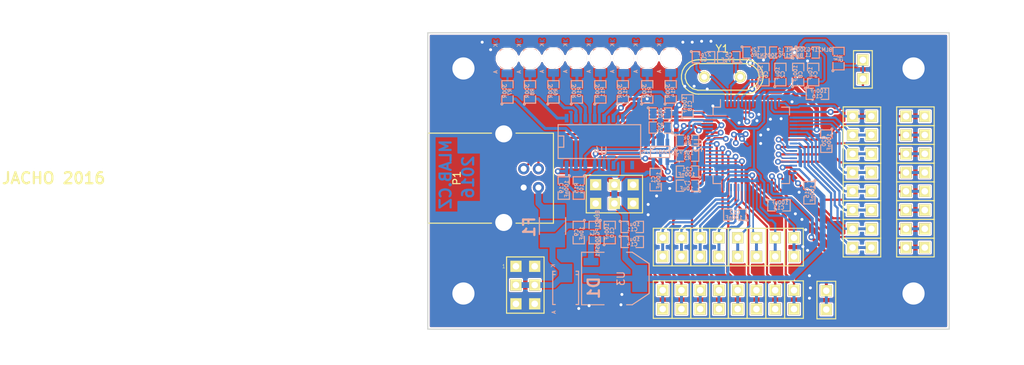
<source format=kicad_pcb>
(kicad_pcb (version 20160815) (host pcbnew no-vcs-found-undefined)
  (title_block (title NAME) (date "%d. %m. %Y") (rev REV) (company "Mlab www.mlab.cz") (comment 1 VERSION) (comment 2 "Short description\\nTwo lines are maximum") (comment 3 "nickname <email@example.com>"))
  (layers (0 F.Cu signal) (31 B.Cu signal) (34 B.Paste user) (35 F.Paste user) (36 B.SilkS user) (37 F.SilkS user) (38 B.Mask user) (39 F.Mask user) (44 Edge.Cuts user))
  (net 0 "")
  (net 1 GND)
  (net 2 "Net-(C2-Pad1)")
  (net 3 "Net-(C3-Pad1)")
  (net 4 "Net-(C4-Pad1)")
  (net 5 +3V3)
  (net 6 "Net-(C5-Pad1)")
  (net 7 +1V8)
  (net 8 +5V)
  (net 9 "Net-(C10-Pad1)")
  (net 10 "Net-(D2-Pad2)")
  (net 11 "Net-(D3-Pad2)")
  (net 12 "Net-(D4-Pad2)")
  (net 13 "Net-(D5-Pad2)")
  (net 14 "Net-(D6-Pad2)")
  (net 15 "Net-(D7-Pad2)")
  (net 16 "Net-(D8-Pad2)")
  (net 17 "Net-(D9-Pad2)")
  (net 18 "Net-(F1-Pad1)")
  (net 19 /RES)
  (net 20 /A_TXD)
  (net 21 /A_RXD)
  (net 22 /A_RTS)
  (net 23 /A_CTS)
  (net 24 /A_DTR)
  (net 25 /A_DSR)
  (net 26 /A_DCD)
  (net 27 /A_RI)
  (net 28 /B_TXD)
  (net 29 /B_RXD)
  (net 30 /B_RTS)
  (net 31 /B_CTS)
  (net 32 /B_DTR)
  (net 33 /B_DSR)
  (net 34 /B_DCD)
  (net 35 /B_RI)
  (net 36 /C_TXD)
  (net 37 /C_RXD)
  (net 38 /C_RTS)
  (net 39 /C_CTS)
  (net 40 /C_DTR)
  (net 41 /C_DSR)
  (net 42 /C_DCD)
  (net 43 /C_RI)
  (net 44 /D_TXD)
  (net 45 /D_RXD)
  (net 46 /D_RTS)
  (net 47 /D_CTS)
  (net 48 /D_DTR)
  (net 49 /D_DSR)
  (net 50 /D_DCD)
  (net 51 /D_RI)
  (net 52 /SUSPEND)
  (net 53 "Net-(R1-Pad1)")
  (net 54 /EEDATA)
  (net 55 /EECLK)
  (net 56 /EECS)
  (net 57 "Net-(R6-Pad1)")
  (net 58 /A)
  (net 59 /B)
  (net 60 /C)
  (net 61 /D)
  (net 62 /E)
  (net 63 /F)
  (net 64 /G)
  (net 65 /H)
  (net 66 /#PWREN)
  (net 67 /D+)
  (net 68 /D-)
  (module Connect:USB_B (layer F.Cu) (at 15.24 -19.431 180)
    (fp_text reference P1 (at 11.049 1.27 270) (layer F.SilkS))
    (fp_text value USB_B)
    (pad 5 thru_hole circle (at 4.699 -4.72948 90) (size 2.70002 2.70002) (drill 2.30124) (layers *.Cu *.Mask) (net 1 GND))
    (pad 5 thru_hole circle (at 4.699 7.26948 90) (size 2.70002 2.70002) (drill 2.30124) (layers *.Cu *.Mask) (net 1 GND))
    (pad 3 thru_hole circle (at 1.99898 2.54 90) (size 1.524 1.524) (drill 0.8128) (layers *.Cu *.Mask) (net 67 /D+))
    (pad 4 thru_hole circle (at 1.99898 0 90) (size 1.524 1.524) (drill 0.8128) (layers *.Cu *.Mask) (net 1 GND))
    (pad 1 thru_hole circle (at 0 0 90) (size 1.524 1.524) (drill 0.8128) (layers *.Cu *.Mask) (net 18 "Net-(F1-Pad1)"))
    (pad 2 thru_hole circle (at 0 2.54 90) (size 1.524 1.524) (drill 0.8128) (layers *.Cu *.Mask) (net 68 /D-))
  )
  (module Housings_QFP:LQFP-64_10x10mm_Pitch0.5mm (layer B.Cu) (at 44.069 -25.146 270)
    (fp_text reference U2 (at 0 7.2 270) (layer B.SilkS) (effects (justify mirror)))
    (fp_text value FT4232HL)
    (pad 64 smd rect (at -3.75 5.7 180) (size 1 0.25) (layers B.Cu B.Paste B.Mask) (net 7 +1V8))
    (pad 63 smd rect (at -3.25 5.7 180) (size 1 0.25) (layers B.Cu B.Paste B.Mask) (net 56 /EECS))
    (pad 62 smd rect (at -2.75 5.7 180) (size 1 0.25) (layers B.Cu B.Paste B.Mask) (net 55 /EECLK))
    (pad 61 smd rect (at -2.25 5.7 180) (size 1 0.25) (layers B.Cu B.Paste B.Mask) (net 54 /EEDATA))
    (pad 60 smd rect (at -1.75 5.7 180) (size 1 0.25) (layers B.Cu B.Paste B.Mask) (net 66 /#PWREN))
    (pad 59 smd rect (at -1.25 5.7 180) (size 1 0.25) (layers B.Cu B.Paste B.Mask) (net 51 /D_RI))
    (pad 58 smd rect (at -0.75 5.7 180) (size 1 0.25) (layers B.Cu B.Paste B.Mask) (net 50 /D_DCD))
    (pad 57 smd rect (at -0.25 5.7 180) (size 1 0.25) (layers B.Cu B.Paste B.Mask) (net 49 /D_DSR))
    (pad 56 smd rect (at 0.25 5.7 180) (size 1 0.25) (layers B.Cu B.Paste B.Mask) (net 5 +3V3))
    (pad 55 smd rect (at 0.75 5.7 180) (size 1 0.25) (layers B.Cu B.Paste B.Mask) (net 48 /D_DTR))
    (pad 54 smd rect (at 1.25 5.7 180) (size 1 0.25) (layers B.Cu B.Paste B.Mask) (net 47 /D_CTS))
    (pad 53 smd rect (at 1.75 5.7 180) (size 1 0.25) (layers B.Cu B.Paste B.Mask) (net 46 /D_RTS))
    (pad 52 smd rect (at 2.25 5.7 180) (size 1 0.25) (layers B.Cu B.Paste B.Mask) (net 45 /D_RXD))
    (pad 51 smd rect (at 2.75 5.7 180) (size 1 0.25) (layers B.Cu B.Paste B.Mask) (net 1 GND))
    (pad 50 smd rect (at 3.25 5.7 180) (size 1 0.25) (layers B.Cu B.Paste B.Mask) (net 5 +3V3))
    (pad 49 smd rect (at 3.75 5.7 180) (size 1 0.25) (layers B.Cu B.Paste B.Mask) (net 7 +1V8))
    (pad 48 smd rect (at 5.7 3.75 270) (size 1 0.25) (layers B.Cu B.Paste B.Mask) (net 44 /D_TXD))
    (pad 47 smd rect (at 5.7 3.25 270) (size 1 0.25) (layers B.Cu B.Paste B.Mask) (net 1 GND))
    (pad 46 smd rect (at 5.7 2.75 270) (size 1 0.25) (layers B.Cu B.Paste B.Mask) (net 43 /C_RI))
    (pad 45 smd rect (at 5.7 2.25 270) (size 1 0.25) (layers B.Cu B.Paste B.Mask) (net 42 /C_DCD))
    (pad 44 smd rect (at 5.7 1.75 270) (size 1 0.25) (layers B.Cu B.Paste B.Mask) (net 41 /C_DSR))
    (pad 43 smd rect (at 5.7 1.25 270) (size 1 0.25) (layers B.Cu B.Paste B.Mask) (net 40 /C_DTR))
    (pad 42 smd rect (at 5.7 0.75 270) (size 1 0.25) (layers B.Cu B.Paste B.Mask) (net 5 +3V3))
    (pad 41 smd rect (at 5.7 0.25 270) (size 1 0.25) (layers B.Cu B.Paste B.Mask) (net 39 /C_CTS))
    (pad 40 smd rect (at 5.7 -0.25 270) (size 1 0.25) (layers B.Cu B.Paste B.Mask) (net 38 /C_RTS))
    (pad 39 smd rect (at 5.7 -0.75 270) (size 1 0.25) (layers B.Cu B.Paste B.Mask) (net 37 /C_RXD))
    (pad 38 smd rect (at 5.7 -1.25 270) (size 1 0.25) (layers B.Cu B.Paste B.Mask) (net 36 /C_TXD))
    (pad 37 smd rect (at 5.7 -1.75 270) (size 1 0.25) (layers B.Cu B.Paste B.Mask) (net 7 +1V8))
    (pad 36 smd rect (at 5.7 -2.25 270) (size 1 0.25) (layers B.Cu B.Paste B.Mask) (net 52 /SUSPEND))
    (pad 35 smd rect (at 5.7 -2.75 270) (size 1 0.25) (layers B.Cu B.Paste B.Mask) (net 1 GND))
    (pad 34 smd rect (at 5.7 -3.25 270) (size 1 0.25) (layers B.Cu B.Paste B.Mask) (net 35 /B_RI))
    (pad 33 smd rect (at 5.7 -3.75 270) (size 1 0.25) (layers B.Cu B.Paste B.Mask) (net 34 /B_DCD))
    (pad 32 smd rect (at 3.75 -5.7 180) (size 1 0.25) (layers B.Cu B.Paste B.Mask) (net 33 /B_DSR))
    (pad 31 smd rect (at 3.25 -5.7 180) (size 1 0.25) (layers B.Cu B.Paste B.Mask) (net 5 +3V3))
    (pad 30 smd rect (at 2.75 -5.7 180) (size 1 0.25) (layers B.Cu B.Paste B.Mask) (net 32 /B_DTR))
    (pad 29 smd rect (at 2.25 -5.7 180) (size 1 0.25) (layers B.Cu B.Paste B.Mask) (net 31 /B_CTS))
    (pad 28 smd rect (at 1.75 -5.7 180) (size 1 0.25) (layers B.Cu B.Paste B.Mask) (net 30 /B_RTS))
    (pad 27 smd rect (at 1.25 -5.7 180) (size 1 0.25) (layers B.Cu B.Paste B.Mask) (net 29 /B_RXD))
    (pad 26 smd rect (at 0.75 -5.7 180) (size 1 0.25) (layers B.Cu B.Paste B.Mask) (net 28 /B_TXD))
    (pad 25 smd rect (at 0.25 -5.7 180) (size 1 0.25) (layers B.Cu B.Paste B.Mask) (net 1 GND))
    (pad 24 smd rect (at -0.25 -5.7 180) (size 1 0.25) (layers B.Cu B.Paste B.Mask) (net 27 /A_RI))
    (pad 23 smd rect (at -0.75 -5.7 180) (size 1 0.25) (layers B.Cu B.Paste B.Mask) (net 26 /A_DCD))
    (pad 22 smd rect (at -1.25 -5.7 180) (size 1 0.25) (layers B.Cu B.Paste B.Mask) (net 25 /A_DSR))
    (pad 21 smd rect (at -1.75 -5.7 180) (size 1 0.25) (layers B.Cu B.Paste B.Mask) (net 24 /A_DTR))
    (pad 20 smd rect (at -2.25 -5.7 180) (size 1 0.25) (layers B.Cu B.Paste B.Mask) (net 5 +3V3))
    (pad 19 smd rect (at -2.75 -5.7 180) (size 1 0.25) (layers B.Cu B.Paste B.Mask) (net 23 /A_CTS))
    (pad 18 smd rect (at -3.25 -5.7 180) (size 1 0.25) (layers B.Cu B.Paste B.Mask) (net 22 /A_RTS))
    (pad 17 smd rect (at -3.75 -5.7 180) (size 1 0.25) (layers B.Cu B.Paste B.Mask) (net 21 /A_RXD))
    (pad 16 smd rect (at -5.7 -3.75 270) (size 1 0.25) (layers B.Cu B.Paste B.Mask) (net 20 /A_TXD))
    (pad 15 smd rect (at -5.7 -3.25 270) (size 1 0.25) (layers B.Cu B.Paste B.Mask) (net 1 GND))
    (pad 14 smd rect (at -5.7 -2.75 270) (size 1 0.25) (layers B.Cu B.Paste B.Mask) (net 19 /RES))
    (pad 13 smd rect (at -5.7 -2.25 270) (size 1 0.25) (layers B.Cu B.Paste B.Mask) (net 1 GND))
    (pad 12 smd rect (at -5.7 -1.75 270) (size 1 0.25) (layers B.Cu B.Paste B.Mask) (net 7 +1V8))
    (pad 11 smd rect (at -5.7 -1.25 270) (size 1 0.25) (layers B.Cu B.Paste B.Mask) (net 1 GND))
    (pad 10 smd rect (at -5.7 -0.75 270) (size 1 0.25) (layers B.Cu B.Paste B.Mask) (net 1 GND))
    (pad 9 smd rect (at -5.7 -0.25 270) (size 1 0.25) (layers B.Cu B.Paste B.Mask) (net 4 "Net-(C4-Pad1)"))
    (pad 8 smd rect (at -5.7 0.25 270) (size 1 0.25) (layers B.Cu B.Paste B.Mask) (net 67 /D+))
    (pad 7 smd rect (at -5.7 0.75 270) (size 1 0.25) (layers B.Cu B.Paste B.Mask) (net 68 /D-))
    (pad 6 smd rect (at -5.7 1.25 270) (size 1 0.25) (layers B.Cu B.Paste B.Mask) (net 57 "Net-(R6-Pad1)"))
    (pad 5 smd rect (at -5.7 1.75 270) (size 1 0.25) (layers B.Cu B.Paste B.Mask) (net 1 GND))
    (pad 4 smd rect (at -5.7 2.25 270) (size 1 0.25) (layers B.Cu B.Paste B.Mask) (net 2 "Net-(C2-Pad1)"))
    (pad 3 smd rect (at -5.7 2.75 270) (size 1 0.25) (layers B.Cu B.Paste B.Mask) (net 6 "Net-(C5-Pad1)"))
    (pad 2 smd rect (at -5.7 3.25 270) (size 1 0.25) (layers B.Cu B.Paste B.Mask) (net 3 "Net-(C3-Pad1)"))
    (pad 1 smd rect (at -5.7 3.75 270) (size 1 0.25) (layers B.Cu B.Paste B.Mask) (net 1 GND))
  )
  (module Mlab_R:SMD-0805 (layer B.Cu) (at 54.229 -25.7175 270)
    (fp_text reference C20 (at 0 0.3175 270) (layer B.SilkS) (effects (font (size 0.50038 0.50038) (thickness 0.10922)) (justify mirror)))
    (fp_text value 100nF (at 0.127 -0.381 270) (layer B.SilkS) (effects (font (size 0.50038 0.50038) (thickness 0.10922)) (justify mirror)))
    (pad 1 smd rect (at -0.9525 0 270) (size 0.889 1.397) (layers B.Cu B.Paste B.Mask) (net 5 +3V3))
    (pad 2 smd rect (at 0.9525 0 270) (size 0.889 1.397) (layers B.Cu B.Paste B.Mask) (net 1 GND))
  )
  (module Mlab_Mechanical:MountingHole_3mm (layer F.Cu) (at 66.04 -35.56)
    (fp_text reference M2 hide)
    (fp_text value HOLE hide)
    (pad 1 thru_hole circle (at 0 0) (size 6 6) (drill 3) (layers *.Cu *.Adhes *.Mask) (net 1 GND) (clearance 1))
  )
  (module Mlab_Mechanical:MountingHole_3mm (layer F.Cu) (at 5.08 -35.56)
    (fp_text reference M1 hide)
    (fp_text value HOLE hide)
    (pad 1 thru_hole circle (at 0 0) (size 6 6) (drill 3) (layers *.Cu *.Adhes *.Mask) (net 1 GND) (clearance 1))
  )
  (module Mlab_Mechanical:MountingHole_3mm (layer F.Cu) (at 5.08 -5.08)
    (fp_text reference M4 hide)
    (fp_text value HOLE hide)
    (pad 1 thru_hole circle (at 0 0) (size 6 6) (drill 3) (layers *.Cu *.Adhes *.Mask) (net 1 GND) (clearance 1))
  )
  (module Mlab_Mechanical:MountingHole_3mm (layer F.Cu) (at 66.04 -5.08)
    (fp_text reference M3 hide)
    (fp_text value HOLE hide)
    (pad 1 thru_hole circle (at 0 0) (size 6 6) (drill 3) (layers *.Cu *.Adhes *.Mask) (net 1 GND) (clearance 1))
  )
  (module Mlab_R:SMD-0805 (layer B.Cu) (at 31.115 -20.5105 270)
    (fp_text reference C1 (at 0 0.3175 270) (layer B.SilkS) (effects (font (size 0.50038 0.50038) (thickness 0.10922)) (justify mirror)))
    (fp_text value 100nF (at 0.127 -0.381 270) (layer B.SilkS) (effects (font (size 0.50038 0.50038) (thickness 0.10922)) (justify mirror)))
    (pad 1 smd rect (at -0.9525 0 270) (size 0.889 1.397) (layers B.Cu B.Paste B.Mask) (net 5 +3V3))
    (pad 2 smd rect (at 0.9525 0 270) (size 0.889 1.397) (layers B.Cu B.Paste B.Mask) (net 1 GND))
  )
  (module Mlab_R:SMD-0805 (layer B.Cu) (at 48.006 -34.7345 90)
    (fp_text reference C2 (at 0 0.3175 90) (layer B.SilkS) (effects (font (size 0.50038 0.50038) (thickness 0.10922)) (justify mirror)))
    (fp_text value 10uF (at 0.127 -0.381 90) (layer B.SilkS) (effects (font (size 0.50038 0.50038) (thickness 0.10922)) (justify mirror)))
    (pad 2 smd rect (at 0.9525 0 90) (size 0.889 1.397) (layers B.Cu B.Paste B.Mask) (net 1 GND))
    (pad 1 smd rect (at -0.9525 0 90) (size 0.889 1.397) (layers B.Cu B.Paste B.Mask) (net 2 "Net-(C2-Pad1)"))
  )
  (module Mlab_R:SMD-0805 (layer B.Cu) (at 37.592 -37.084)
    (fp_text reference C3 (at 0 0.3175) (layer B.SilkS) (effects (font (size 0.50038 0.50038) (thickness 0.10922)) (justify mirror)))
    (fp_text value 27pF (at 0.127 -0.381) (layer B.SilkS) (effects (font (size 0.50038 0.50038) (thickness 0.10922)) (justify mirror)))
    (pad 1 smd rect (at -0.9525 0) (size 0.889 1.397) (layers B.Cu B.Paste B.Mask) (net 3 "Net-(C3-Pad1)"))
    (pad 2 smd rect (at 0.9525 0) (size 0.889 1.397) (layers B.Cu B.Paste B.Mask) (net 1 GND))
  )
  (module Mlab_R:SMD-0805 (layer B.Cu) (at 52.451 -34.7345 90)
    (fp_text reference C4 (at 0 0.3175 90) (layer B.SilkS) (effects (font (size 0.50038 0.50038) (thickness 0.10922)) (justify mirror)))
    (fp_text value 10uF (at 0.127 -0.381 90) (layer B.SilkS) (effects (font (size 0.50038 0.50038) (thickness 0.10922)) (justify mirror)))
    (pad 2 smd rect (at 0.9525 0 90) (size 0.889 1.397) (layers B.Cu B.Paste B.Mask) (net 1 GND))
    (pad 1 smd rect (at -0.9525 0 90) (size 0.889 1.397) (layers B.Cu B.Paste B.Mask) (net 4 "Net-(C4-Pad1)"))
  )
  (module Mlab_R:SMD-0805 (layer B.Cu) (at 41.021 -37.084 180)
    (fp_text reference C5 (at 0 0.3175 180) (layer B.SilkS) (effects (font (size 0.50038 0.50038) (thickness 0.10922)) (justify mirror)))
    (fp_text value 27pF (at 0.127 -0.381 180) (layer B.SilkS) (effects (font (size 0.50038 0.50038) (thickness 0.10922)) (justify mirror)))
    (pad 2 smd rect (at 0.9525 0 180) (size 0.889 1.397) (layers B.Cu B.Paste B.Mask) (net 1 GND))
    (pad 1 smd rect (at -0.9525 0 180) (size 0.889 1.397) (layers B.Cu B.Paste B.Mask) (net 6 "Net-(C5-Pad1)"))
  )
  (module Mlab_R:SMD-0805 (layer B.Cu) (at 45.72 -34.7345 90)
    (fp_text reference C6 (at 0 0.3175 90) (layer B.SilkS) (effects (font (size 0.50038 0.50038) (thickness 0.10922)) (justify mirror)))
    (fp_text value 100nF (at 0.127 -0.381 90) (layer B.SilkS) (effects (font (size 0.50038 0.50038) (thickness 0.10922)) (justify mirror)))
    (pad 1 smd rect (at -0.9525 0 90) (size 0.889 1.397) (layers B.Cu B.Paste B.Mask) (net 2 "Net-(C2-Pad1)"))
    (pad 2 smd rect (at 0.9525 0 90) (size 0.889 1.397) (layers B.Cu B.Paste B.Mask) (net 1 GND))
  )
  (module Mlab_R:SMD-0805 (layer B.Cu) (at 35.433 -19.685 180)
    (fp_text reference C7 (at 0 0.3175 180) (layer B.SilkS) (effects (font (size 0.50038 0.50038) (thickness 0.10922)) (justify mirror)))
    (fp_text value 10uF (at 0.127 -0.381 180) (layer B.SilkS) (effects (font (size 0.50038 0.50038) (thickness 0.10922)) (justify mirror)))
    (pad 2 smd rect (at 0.9525 0 180) (size 0.889 1.397) (layers B.Cu B.Paste B.Mask) (net 1 GND))
    (pad 1 smd rect (at -0.9525 0 180) (size 0.889 1.397) (layers B.Cu B.Paste B.Mask) (net 7 +1V8))
  )
  (module Mlab_R:SMD-0805 (layer B.Cu) (at 50.419 -34.7345 90)
    (fp_text reference C8 (at 0 0.3175 90) (layer B.SilkS) (effects (font (size 0.50038 0.50038) (thickness 0.10922)) (justify mirror)))
    (fp_text value 100nF (at 0.127 -0.381 90) (layer B.SilkS) (effects (font (size 0.50038 0.50038) (thickness 0.10922)) (justify mirror)))
    (pad 1 smd rect (at -0.9525 0 90) (size 0.889 1.397) (layers B.Cu B.Paste B.Mask) (net 4 "Net-(C4-Pad1)"))
    (pad 2 smd rect (at 0.9525 0 90) (size 0.889 1.397) (layers B.Cu B.Paste B.Mask) (net 1 GND))
  )
  (module Mlab_R:SMD-0805 (layer B.Cu) (at 20.701 -13.335 270)
    (fp_text reference C9 (at 0 0.3175 270) (layer B.SilkS) (effects (font (size 0.50038 0.50038) (thickness 0.10922)) (justify mirror)))
    (fp_text value 10nF (at 0.127 -0.381 270) (layer B.SilkS) (effects (font (size 0.50038 0.50038) (thickness 0.10922)) (justify mirror)))
    (pad 2 smd rect (at 0.9525 0 270) (size 0.889 1.397) (layers B.Cu B.Paste B.Mask) (net 1 GND))
    (pad 1 smd rect (at -0.9525 0 270) (size 0.889 1.397) (layers B.Cu B.Paste B.Mask) (net 8 +5V))
  )
  (module Mlab_R:SMD-0805 (layer B.Cu) (at 24.892 -13.335 90)
    (fp_text reference C10 (at 0 0.3175 90) (layer B.SilkS) (effects (font (size 0.50038 0.50038) (thickness 0.10922)) (justify mirror)))
    (fp_text value 100nF (at 0.127 -0.381 90) (layer B.SilkS) (effects (font (size 0.50038 0.50038) (thickness 0.10922)) (justify mirror)))
    (pad 1 smd rect (at -0.9525 0 90) (size 0.889 1.397) (layers B.Cu B.Paste B.Mask) (net 9 "Net-(C10-Pad1)"))
    (pad 2 smd rect (at 0.9525 0 90) (size 0.889 1.397) (layers B.Cu B.Paste B.Mask) (net 1 GND))
  )
  (module Mlab_R:SMD-0805 (layer B.Cu) (at 27.94 -14.097)
    (fp_text reference C11 (at 0 0.3175) (layer B.SilkS) (effects (font (size 0.50038 0.50038) (thickness 0.10922)) (justify mirror)))
    (fp_text value 10uF (at 0.127 -0.381) (layer B.SilkS) (effects (font (size 0.50038 0.50038) (thickness 0.10922)) (justify mirror)))
    (pad 1 smd rect (at -0.9525 0) (size 0.889 1.397) (layers B.Cu B.Paste B.Mask) (net 5 +3V3))
    (pad 2 smd rect (at 0.9525 0) (size 0.889 1.397) (layers B.Cu B.Paste B.Mask) (net 1 GND))
  )
  (module Mlab_R:SMD-0805 (layer B.Cu) (at 41.8465 -15.748 180)
    (fp_text reference C12 (at 0 0.3175 180) (layer B.SilkS) (effects (font (size 0.50038 0.50038) (thickness 0.10922)) (justify mirror)))
    (fp_text value 100nF (at 0.127 -0.381 180) (layer B.SilkS) (effects (font (size 0.50038 0.50038) (thickness 0.10922)) (justify mirror)))
    (pad 1 smd rect (at -0.9525 0 180) (size 0.889 1.397) (layers B.Cu B.Paste B.Mask) (net 5 +3V3))
    (pad 2 smd rect (at 0.9525 0 180) (size 0.889 1.397) (layers B.Cu B.Paste B.Mask) (net 1 GND))
  )
  (module Mlab_R:SMD-0805 (layer B.Cu) (at 47.8155 -17.018)
    (fp_text reference C13 (at 0 0.3175) (layer B.SilkS) (effects (font (size 0.50038 0.50038) (thickness 0.10922)) (justify mirror)))
    (fp_text value 100nF (at 0.127 -0.381) (layer B.SilkS) (effects (font (size 0.50038 0.50038) (thickness 0.10922)) (justify mirror)))
    (pad 1 smd rect (at -0.9525 0) (size 0.889 1.397) (layers B.Cu B.Paste B.Mask) (net 7 +1V8))
    (pad 2 smd rect (at 0.9525 0) (size 0.889 1.397) (layers B.Cu B.Paste B.Mask) (net 1 GND))
  )
  (module Mlab_R:SMD-0805 (layer B.Cu) (at 27.94 -12.065)
    (fp_text reference C14 (at 0 0.3175) (layer B.SilkS) (effects (font (size 0.50038 0.50038) (thickness 0.10922)) (justify mirror)))
    (fp_text value 10uF (at 0.127 -0.381) (layer B.SilkS) (effects (font (size 0.50038 0.50038) (thickness 0.10922)) (justify mirror)))
    (pad 2 smd rect (at 0.9525 0) (size 0.889 1.397) (layers B.Cu B.Paste B.Mask) (net 1 GND))
    (pad 1 smd rect (at -0.9525 0) (size 0.889 1.397) (layers B.Cu B.Paste B.Mask) (net 5 +3V3))
  )
  (module Mlab_R:SMD-0805 (layer B.Cu) (at 51.943 -18.7325 270)
    (fp_text reference C15 (at 0 0.3175 270) (layer B.SilkS) (effects (font (size 0.50038 0.50038) (thickness 0.10922)) (justify mirror)))
    (fp_text value 100nF (at 0.127 -0.381 270) (layer B.SilkS) (effects (font (size 0.50038 0.50038) (thickness 0.10922)) (justify mirror)))
    (pad 2 smd rect (at 0.9525 0 270) (size 0.889 1.397) (layers B.Cu B.Paste B.Mask) (net 1 GND))
    (pad 1 smd rect (at -0.9525 0 270) (size 0.889 1.397) (layers B.Cu B.Paste B.Mask) (net 5 +3V3))
  )
  (module Mlab_R:SMD-0805 (layer B.Cu) (at 53.0225 -32.131)
    (fp_text reference C16 (at 0 0.3175) (layer B.SilkS) (effects (font (size 0.50038 0.50038) (thickness 0.10922)) (justify mirror)))
    (fp_text value 100nF (at 0.127 -0.381) (layer B.SilkS) (effects (font (size 0.50038 0.50038) (thickness 0.10922)) (justify mirror)))
    (pad 2 smd rect (at 0.9525 0) (size 0.889 1.397) (layers B.Cu B.Paste B.Mask) (net 1 GND))
    (pad 1 smd rect (at -0.9525 0) (size 0.889 1.397) (layers B.Cu B.Paste B.Mask) (net 7 +1V8))
  )
  (module Mlab_R:SMD-0805 (layer B.Cu) (at 35.433 -30.48 90)
    (fp_text reference C18 (at 0 0.3175 90) (layer B.SilkS) (effects (font (size 0.50038 0.50038) (thickness 0.10922)) (justify mirror)))
    (fp_text value 100nF (at 0.127 -0.381 90) (layer B.SilkS) (effects (font (size 0.50038 0.50038) (thickness 0.10922)) (justify mirror)))
    (pad 1 smd rect (at -0.9525 0 90) (size 0.889 1.397) (layers B.Cu B.Paste B.Mask) (net 7 +1V8))
    (pad 2 smd rect (at 0.9525 0 90) (size 0.889 1.397) (layers B.Cu B.Paste B.Mask) (net 1 GND))
  )
  (module Mlab_R:SMD-0805 (layer B.Cu) (at 18.669 -19.3675 270)
    (fp_text reference C19 (at 0 0.3175 270) (layer B.SilkS) (effects (font (size 0.50038 0.50038) (thickness 0.10922)) (justify mirror)))
    (fp_text value 100nF (at 0.127 -0.381 270) (layer B.SilkS) (effects (font (size 0.50038 0.50038) (thickness 0.10922)) (justify mirror)))
    (pad 1 smd rect (at -0.9525 0 270) (size 0.889 1.397) (layers B.Cu B.Paste B.Mask) (net 5 +3V3))
    (pad 2 smd rect (at 0.9525 0 270) (size 0.889 1.397) (layers B.Cu B.Paste B.Mask) (net 1 GND))
  )
  (module Mlab_D:Diode-SMA_Standard (layer B.Cu) (at 18.923 -5.842 90)
    (fp_text reference D1 (at 0 3.81 90) (layer B.SilkS) (effects (font (thickness 0.3048)) (justify mirror)))
    (fp_text value M4 hide)
    (fp_text user A (at -3.29946 -1.6002 90) (layer B.SilkS) (effects (font (size 0.50038 0.50038) (thickness 0.09906)) (justify mirror)))
    (fp_text user K (at 2.99974 -1.69926 90) (layer B.SilkS) (effects (font (size 0.50038 0.50038) (thickness 0.09906)) (justify mirror)))
    (pad 2 smd rect (at -1.99898 0 90) (size 2.49936 1.80086) (layers B.Cu B.Paste B.Mask) (net 1 GND))
    (pad 1 smd rect (at 1.99898 0 90) (size 2.49936 1.80086) (layers B.Cu B.Paste B.Mask) (net 8 +5V))
  )
  (module Mlab_D:LED_1206 (layer B.Cu) (at 10.9855 -36.8935 90)
    (fp_text reference D2 (at 0 0 90) (layer B.SilkS) (effects (font (thickness 0.3048)) (justify mirror)))
    (fp_text value RED hide)
    (fp_text user K (at 1.80086 -1.5494 90) (layer B.SilkS) (effects (font (size 0.50038 0.50038) (thickness 0.09906)) (justify mirror)))
    (fp_text user A (at -1.80086 -1.5494 90) (layer B.SilkS) (effects (font (size 0.50038 0.50038) (thickness 0.09906)) (justify mirror)))
    (fp_line (start 2.2225 -1.24968) (end 2.21742 -1.81864) (layer B.Cu) (width 0.15))
    (fp_line (start 2.25298 -1.52146) (end 2.5273 -1.24968) (layer B.Cu) (width 0.15))
    (fp_line (start 2.21488 -1.50622) (end 2.53492 -1.81102) (layer B.Cu) (width 0.15))
    (pad "" np_thru_hole circle (at 0 0 90) (size 2.7 2.7) (drill 2.7) (layers *.Cu *.Mask B.SilkS))
    (pad 1 smd rect (at 2 0 90) (size 1.05 1.5) (layers B.Cu B.Paste B.Mask) (net 1 GND))
    (pad 2 smd rect (at -2 0 90) (size 1.05 1.5) (layers B.Cu B.Paste B.Mask) (net 10 "Net-(D2-Pad2)"))
  )
  (module Mlab_D:LED_1206 (layer B.Cu) (at 14.1605 -36.8935 90)
    (fp_text reference D3 (at 0 0 90) (layer B.SilkS) (effects (font (thickness 0.3048)) (justify mirror)))
    (fp_text value RED hide)
    (fp_line (start 2.21488 -1.50622) (end 2.53492 -1.81102) (layer B.Cu) (width 0.15))
    (fp_line (start 2.25298 -1.52146) (end 2.5273 -1.24968) (layer B.Cu) (width 0.15))
    (fp_line (start 2.2225 -1.24968) (end 2.21742 -1.81864) (layer B.Cu) (width 0.15))
    (fp_text user A (at -1.80086 -1.5494 90) (layer B.SilkS) (effects (font (size 0.50038 0.50038) (thickness 0.09906)) (justify mirror)))
    (fp_text user K (at 1.80086 -1.5494 90) (layer B.SilkS) (effects (font (size 0.50038 0.50038) (thickness 0.09906)) (justify mirror)))
    (pad 2 smd rect (at -2 0 90) (size 1.05 1.5) (layers B.Cu B.Paste B.Mask) (net 11 "Net-(D3-Pad2)"))
    (pad 1 smd rect (at 2 0 90) (size 1.05 1.5) (layers B.Cu B.Paste B.Mask) (net 1 GND))
    (pad "" np_thru_hole circle (at 0 0 90) (size 2.7 2.7) (drill 2.7) (layers *.Cu *.Mask B.SilkS))
  )
  (module Mlab_D:LED_1206 (layer B.Cu) (at 17.272 -36.957 90)
    (fp_text reference D4 (at 0 0 90) (layer B.SilkS) (effects (font (thickness 0.3048)) (justify mirror)))
    (fp_text value RED hide)
    (fp_text user K (at 1.80086 -1.5494 90) (layer B.SilkS) (effects (font (size 0.50038 0.50038) (thickness 0.09906)) (justify mirror)))
    (fp_text user A (at -1.80086 -1.5494 90) (layer B.SilkS) (effects (font (size 0.50038 0.50038) (thickness 0.09906)) (justify mirror)))
    (fp_line (start 2.2225 -1.24968) (end 2.21742 -1.81864) (layer B.Cu) (width 0.15))
    (fp_line (start 2.25298 -1.52146) (end 2.5273 -1.24968) (layer B.Cu) (width 0.15))
    (fp_line (start 2.21488 -1.50622) (end 2.53492 -1.81102) (layer B.Cu) (width 0.15))
    (pad "" np_thru_hole circle (at 0 0 90) (size 2.7 2.7) (drill 2.7) (layers *.Cu *.Mask B.SilkS))
    (pad 1 smd rect (at 2 0 90) (size 1.05 1.5) (layers B.Cu B.Paste B.Mask) (net 1 GND))
    (pad 2 smd rect (at -2 0 90) (size 1.05 1.5) (layers B.Cu B.Paste B.Mask) (net 12 "Net-(D4-Pad2)"))
  )
  (module Mlab_D:LED_1206 (layer B.Cu) (at 20.447 -36.957 90)
    (fp_text reference D5 (at 0 0 90) (layer B.SilkS) (effects (font (thickness 0.3048)) (justify mirror)))
    (fp_text value RED hide)
    (fp_line (start 2.21488 -1.50622) (end 2.53492 -1.81102) (layer B.Cu) (width 0.15))
    (fp_line (start 2.25298 -1.52146) (end 2.5273 -1.24968) (layer B.Cu) (width 0.15))
    (fp_line (start 2.2225 -1.24968) (end 2.21742 -1.81864) (layer B.Cu) (width 0.15))
    (fp_text user A (at -1.80086 -1.5494 90) (layer B.SilkS) (effects (font (size 0.50038 0.50038) (thickness 0.09906)) (justify mirror)))
    (fp_text user K (at 1.80086 -1.5494 90) (layer B.SilkS) (effects (font (size 0.50038 0.50038) (thickness 0.09906)) (justify mirror)))
    (pad 2 smd rect (at -2 0 90) (size 1.05 1.5) (layers B.Cu B.Paste B.Mask) (net 13 "Net-(D5-Pad2)"))
    (pad 1 smd rect (at 2 0 90) (size 1.05 1.5) (layers B.Cu B.Paste B.Mask) (net 1 GND))
    (pad "" np_thru_hole circle (at 0 0 90) (size 2.7 2.7) (drill 2.7) (layers *.Cu *.Mask B.SilkS))
  )
  (module Mlab_D:LED_1206 (layer B.Cu) (at 23.622 -36.957 90)
    (fp_text reference D6 (at 0 0 90) (layer B.SilkS) (effects (font (thickness 0.3048)) (justify mirror)))
    (fp_text value RED hide)
    (fp_text user K (at 1.80086 -1.5494 90) (layer B.SilkS) (effects (font (size 0.50038 0.50038) (thickness 0.09906)) (justify mirror)))
    (fp_text user A (at -1.80086 -1.5494 90) (layer B.SilkS) (effects (font (size 0.50038 0.50038) (thickness 0.09906)) (justify mirror)))
    (fp_line (start 2.2225 -1.24968) (end 2.21742 -1.81864) (layer B.Cu) (width 0.15))
    (fp_line (start 2.25298 -1.52146) (end 2.5273 -1.24968) (layer B.Cu) (width 0.15))
    (fp_line (start 2.21488 -1.50622) (end 2.53492 -1.81102) (layer B.Cu) (width 0.15))
    (pad "" np_thru_hole circle (at 0 0 90) (size 2.7 2.7) (drill 2.7) (layers *.Cu *.Mask B.SilkS))
    (pad 1 smd rect (at 2 0 90) (size 1.05 1.5) (layers B.Cu B.Paste B.Mask) (net 1 GND))
    (pad 2 smd rect (at -2 0 90) (size 1.05 1.5) (layers B.Cu B.Paste B.Mask) (net 14 "Net-(D6-Pad2)"))
  )
  (module Mlab_D:LED_1206 (layer B.Cu) (at 26.797 -36.957 90)
    (fp_text reference D7 (at 0 0 90) (layer B.SilkS) (effects (font (thickness 0.3048)) (justify mirror)))
    (fp_text value RED hide)
    (fp_line (start 2.21488 -1.50622) (end 2.53492 -1.81102) (layer B.Cu) (width 0.15))
    (fp_line (start 2.25298 -1.52146) (end 2.5273 -1.24968) (layer B.Cu) (width 0.15))
    (fp_line (start 2.2225 -1.24968) (end 2.21742 -1.81864) (layer B.Cu) (width 0.15))
    (fp_text user A (at -1.80086 -1.5494 90) (layer B.SilkS) (effects (font (size 0.50038 0.50038) (thickness 0.09906)) (justify mirror)))
    (fp_text user K (at 1.80086 -1.5494 90) (layer B.SilkS) (effects (font (size 0.50038 0.50038) (thickness 0.09906)) (justify mirror)))
    (pad 2 smd rect (at -2 0 90) (size 1.05 1.5) (layers B.Cu B.Paste B.Mask) (net 15 "Net-(D7-Pad2)"))
    (pad 1 smd rect (at 2 0 90) (size 1.05 1.5) (layers B.Cu B.Paste B.Mask) (net 1 GND))
    (pad "" np_thru_hole circle (at 0 0 90) (size 2.7 2.7) (drill 2.7) (layers *.Cu *.Mask B.SilkS))
  )
  (module Mlab_D:LED_1206 (layer B.Cu) (at 29.972 -36.957 90)
    (fp_text reference D8 (at 0 0 90) (layer B.SilkS) (effects (font (thickness 0.3048)) (justify mirror)))
    (fp_text value RED hide)
    (fp_line (start 2.21488 -1.50622) (end 2.53492 -1.81102) (layer B.Cu) (width 0.15))
    (fp_line (start 2.25298 -1.52146) (end 2.5273 -1.24968) (layer B.Cu) (width 0.15))
    (fp_line (start 2.2225 -1.24968) (end 2.21742 -1.81864) (layer B.Cu) (width 0.15))
    (fp_text user A (at -1.80086 -1.5494 90) (layer B.SilkS) (effects (font (size 0.50038 0.50038) (thickness 0.09906)) (justify mirror)))
    (fp_text user K (at 1.80086 -1.5494 90) (layer B.SilkS) (effects (font (size 0.50038 0.50038) (thickness 0.09906)) (justify mirror)))
    (pad 2 smd rect (at -2 0 90) (size 1.05 1.5) (layers B.Cu B.Paste B.Mask) (net 16 "Net-(D8-Pad2)"))
    (pad 1 smd rect (at 2 0 90) (size 1.05 1.5) (layers B.Cu B.Paste B.Mask) (net 1 GND))
    (pad "" np_thru_hole circle (at 0 0 90) (size 2.7 2.7) (drill 2.7) (layers *.Cu *.Mask B.SilkS))
  )
  (module Mlab_D:LED_1206 (layer B.Cu) (at 33.147 -36.957 90)
    (fp_text reference D9 (at 0 0 90) (layer B.SilkS) (effects (font (thickness 0.3048)) (justify mirror)))
    (fp_text value RED hide)
    (fp_text user K (at 1.80086 -1.5494 90) (layer B.SilkS) (effects (font (size 0.50038 0.50038) (thickness 0.09906)) (justify mirror)))
    (fp_text user A (at -1.80086 -1.5494 90) (layer B.SilkS) (effects (font (size 0.50038 0.50038) (thickness 0.09906)) (justify mirror)))
    (fp_line (start 2.2225 -1.24968) (end 2.21742 -1.81864) (layer B.Cu) (width 0.15))
    (fp_line (start 2.25298 -1.52146) (end 2.5273 -1.24968) (layer B.Cu) (width 0.15))
    (fp_line (start 2.21488 -1.50622) (end 2.53492 -1.81102) (layer B.Cu) (width 0.15))
    (pad "" np_thru_hole circle (at 0 0 90) (size 2.7 2.7) (drill 2.7) (layers *.Cu *.Mask B.SilkS))
    (pad 1 smd rect (at 2 0 90) (size 1.05 1.5) (layers B.Cu B.Paste B.Mask) (net 1 GND))
    (pad 2 smd rect (at -2 0 90) (size 1.05 1.5) (layers B.Cu B.Paste B.Mask) (net 17 "Net-(D9-Pad2)"))
  )
  (module Mlab_F:1812 (layer B.Cu) (at 17.145 -14.224 270)
    (fp_text reference F1 (at 0.13462 3.15468 270) (layer B.SilkS) (effects (font (thickness 0.3048)) (justify mirror)))
    (fp_text value 750mA hide)
    (pad 1 smd rect (at -1.95 0 270) (size 1.9 3.4) (layers B.Cu B.Paste B.Mask) (net 18 "Net-(F1-Pad1)"))
    (pad 2 smd rect (at 1.95 0 270) (size 1.9 3.4) (layers B.Cu B.Paste B.Mask) (net 8 +5V))
  )
  (module Mlab_Pin_Headers:Straight_1x02 (layer F.Cu) (at 59.182 -35.433)
    (fp_text reference J1 hide)
    (fp_text value JUMP_2x1 hide)
    (pad 2 thru_hole rect (at 0 1.27) (size 1.524 1.524) (drill 0.889) (layers *.Cu *.Mask F.SilkS) (net 19 /RES))
    (pad 1 thru_hole rect (at 0 -1.27) (size 1.524 1.524) (drill 0.889) (layers *.Cu *.Mask F.SilkS) (net 19 /RES))
  )
  (module Mlab_Pin_Headers:Straight_1x02 (layer F.Cu) (at 59.055 -29.083 90)
    (fp_text reference J2 hide)
    (fp_text value JUMP_2x1 hide)
    (pad 2 thru_hole rect (at 0 1.27 90) (size 1.524 1.524) (drill 0.889) (layers *.Cu *.Mask F.SilkS) (net 20 /A_TXD))
    (pad 1 thru_hole rect (at 0 -1.27 90) (size 1.524 1.524) (drill 0.889) (layers *.Cu *.Mask F.SilkS) (net 20 /A_TXD))
  )
  (module Mlab_Pin_Headers:Straight_1x02 (layer F.Cu) (at 59.055 -26.543 90)
    (fp_text reference J3 hide)
    (fp_text value JUMP_2x1 hide)
    (pad 1 thru_hole rect (at 0 -1.27 90) (size 1.524 1.524) (drill 0.889) (layers *.Cu *.Mask F.SilkS) (net 21 /A_RXD))
    (pad 2 thru_hole rect (at 0 1.27 90) (size 1.524 1.524) (drill 0.889) (layers *.Cu *.Mask F.SilkS) (net 21 /A_RXD))
  )
  (module Mlab_Pin_Headers:Straight_1x02 (layer F.Cu) (at 59.055 -24.003 90)
    (fp_text reference J4 hide)
    (fp_text value JUMP_2x1 hide)
    (pad 2 thru_hole rect (at 0 1.27 90) (size 1.524 1.524) (drill 0.889) (layers *.Cu *.Mask F.SilkS) (net 22 /A_RTS))
    (pad 1 thru_hole rect (at 0 -1.27 90) (size 1.524 1.524) (drill 0.889) (layers *.Cu *.Mask F.SilkS) (net 22 /A_RTS))
  )
  (module Mlab_Pin_Headers:Straight_1x02 (layer F.Cu) (at 59.055 -21.463 90)
    (fp_text reference J5 hide)
    (fp_text value JUMP_2x1 hide)
    (pad 1 thru_hole rect (at 0 -1.27 90) (size 1.524 1.524) (drill 0.889) (layers *.Cu *.Mask F.SilkS) (net 23 /A_CTS))
    (pad 2 thru_hole rect (at 0 1.27 90) (size 1.524 1.524) (drill 0.889) (layers *.Cu *.Mask F.SilkS) (net 23 /A_CTS))
  )
  (module Mlab_Pin_Headers:Straight_1x02 (layer F.Cu) (at 59.055 -18.923 90)
    (fp_text reference J6 hide)
    (fp_text value JUMP_2x1 hide)
    (pad 1 thru_hole rect (at 0 -1.27 90) (size 1.524 1.524) (drill 0.889) (layers *.Cu *.Mask F.SilkS) (net 24 /A_DTR))
    (pad 2 thru_hole rect (at 0 1.27 90) (size 1.524 1.524) (drill 0.889) (layers *.Cu *.Mask F.SilkS) (net 24 /A_DTR))
  )
  (module Mlab_Pin_Headers:Straight_1x02 (layer F.Cu) (at 59.055 -16.383 90)
    (fp_text reference J7 hide)
    (fp_text value JUMP_2x1 hide)
    (pad 2 thru_hole rect (at 0 1.27 90) (size 1.524 1.524) (drill 0.889) (layers *.Cu *.Mask F.SilkS) (net 25 /A_DSR))
    (pad 1 thru_hole rect (at 0 -1.27 90) (size 1.524 1.524) (drill 0.889) (layers *.Cu *.Mask F.SilkS) (net 25 /A_DSR))
  )
  (module Mlab_Pin_Headers:Straight_1x02 (layer F.Cu) (at 59.055 -13.843 90)
    (fp_text reference J8 hide)
    (fp_text value JUMP_2x1 hide)
    (pad 2 thru_hole rect (at 0 1.27 90) (size 1.524 1.524) (drill 0.889) (layers *.Cu *.Mask F.SilkS) (net 26 /A_DCD))
    (pad 1 thru_hole rect (at 0 -1.27 90) (size 1.524 1.524) (drill 0.889) (layers *.Cu *.Mask F.SilkS) (net 26 /A_DCD))
  )
  (module Mlab_Pin_Headers:Straight_1x02 (layer F.Cu) (at 59.055 -11.303 90)
    (fp_text reference J9 hide)
    (fp_text value JUMP_2x1 hide)
    (pad 1 thru_hole rect (at 0 -1.27 90) (size 1.524 1.524) (drill 0.889) (layers *.Cu *.Mask F.SilkS) (net 27 /A_RI))
    (pad 2 thru_hole rect (at 0 1.27 90) (size 1.524 1.524) (drill 0.889) (layers *.Cu *.Mask F.SilkS) (net 27 /A_RI))
  )
  (module Mlab_Pin_Headers:Straight_1x02 (layer F.Cu) (at 66.294 -29.083 90)
    (fp_text reference J10 hide)
    (fp_text value JUMP_2x1 hide)
    (pad 2 thru_hole rect (at 0 1.27 90) (size 1.524 1.524) (drill 0.889) (layers *.Cu *.Mask F.SilkS) (net 28 /B_TXD))
    (pad 1 thru_hole rect (at 0 -1.27 90) (size 1.524 1.524) (drill 0.889) (layers *.Cu *.Mask F.SilkS) (net 28 /B_TXD))
  )
  (module Mlab_Pin_Headers:Straight_1x02 (layer F.Cu) (at 66.294 -26.543 90)
    (fp_text reference J11 hide)
    (fp_text value JUMP_2x1 hide)
    (pad 2 thru_hole rect (at 0 1.27 90) (size 1.524 1.524) (drill 0.889) (layers *.Cu *.Mask F.SilkS) (net 29 /B_RXD))
    (pad 1 thru_hole rect (at 0 -1.27 90) (size 1.524 1.524) (drill 0.889) (layers *.Cu *.Mask F.SilkS) (net 29 /B_RXD))
  )
  (module Mlab_Pin_Headers:Straight_1x02 (layer F.Cu) (at 66.294 -24.003 90)
    (fp_text reference J12 hide)
    (fp_text value JUMP_2x1 hide)
    (pad 1 thru_hole rect (at 0 -1.27 90) (size 1.524 1.524) (drill 0.889) (layers *.Cu *.Mask F.SilkS) (net 30 /B_RTS))
    (pad 2 thru_hole rect (at 0 1.27 90) (size 1.524 1.524) (drill 0.889) (layers *.Cu *.Mask F.SilkS) (net 30 /B_RTS))
  )
  (module Mlab_Pin_Headers:Straight_1x02 (layer F.Cu) (at 66.294 -21.463 90)
    (fp_text reference J13 hide)
    (fp_text value JUMP_2x1 hide)
    (pad 2 thru_hole rect (at 0 1.27 90) (size 1.524 1.524) (drill 0.889) (layers *.Cu *.Mask F.SilkS) (net 31 /B_CTS))
    (pad 1 thru_hole rect (at 0 -1.27 90) (size 1.524 1.524) (drill 0.889) (layers *.Cu *.Mask F.SilkS) (net 31 /B_CTS))
  )
  (module Mlab_Pin_Headers:Straight_1x02 (layer F.Cu) (at 66.294 -18.923 90)
    (fp_text reference J14 hide)
    (fp_text value JUMP_2x1 hide)
    (pad 1 thru_hole rect (at 0 -1.27 90) (size 1.524 1.524) (drill 0.889) (layers *.Cu *.Mask F.SilkS) (net 32 /B_DTR))
    (pad 2 thru_hole rect (at 0 1.27 90) (size 1.524 1.524) (drill 0.889) (layers *.Cu *.Mask F.SilkS) (net 32 /B_DTR))
  )
  (module Mlab_Pin_Headers:Straight_1x02 (layer F.Cu) (at 66.294 -16.383 90)
    (fp_text reference J15 hide)
    (fp_text value JUMP_2x1 hide)
    (pad 2 thru_hole rect (at 0 1.27 90) (size 1.524 1.524) (drill 0.889) (layers *.Cu *.Mask F.SilkS) (net 33 /B_DSR))
    (pad 1 thru_hole rect (at 0 -1.27 90) (size 1.524 1.524) (drill 0.889) (layers *.Cu *.Mask F.SilkS) (net 33 /B_DSR))
  )
  (module Mlab_Pin_Headers:Straight_1x02 (layer F.Cu) (at 66.294 -13.843 90)
    (fp_text reference J16 hide)
    (fp_text value JUMP_2x1 hide)
    (pad 1 thru_hole rect (at 0 -1.27 90) (size 1.524 1.524) (drill 0.889) (layers *.Cu *.Mask F.SilkS) (net 34 /B_DCD))
    (pad 2 thru_hole rect (at 0 1.27 90) (size 1.524 1.524) (drill 0.889) (layers *.Cu *.Mask F.SilkS) (net 34 /B_DCD))
  )
  (module Mlab_Pin_Headers:Straight_1x02 (layer F.Cu) (at 66.294 -11.303 90)
    (fp_text reference J17 hide)
    (fp_text value JUMP_2x1 hide)
    (pad 1 thru_hole rect (at 0 -1.27 90) (size 1.524 1.524) (drill 0.889) (layers *.Cu *.Mask F.SilkS) (net 35 /B_RI))
    (pad 2 thru_hole rect (at 0 1.27 90) (size 1.524 1.524) (drill 0.889) (layers *.Cu *.Mask F.SilkS) (net 35 /B_RI))
  )
  (module Mlab_Pin_Headers:Straight_1x02 (layer F.Cu) (at 49.8475 -11.3665)
    (fp_text reference J18 hide)
    (fp_text value JUMP_2x1 hide)
    (pad 2 thru_hole rect (at 0 1.27) (size 1.524 1.524) (drill 0.889) (layers *.Cu *.Mask F.SilkS) (net 36 /C_TXD))
    (pad 1 thru_hole rect (at 0 -1.27) (size 1.524 1.524) (drill 0.889) (layers *.Cu *.Mask F.SilkS) (net 36 /C_TXD))
  )
  (module Mlab_Pin_Headers:Straight_1x02 (layer F.Cu) (at 47.3075 -11.3665)
    (fp_text reference J19 hide)
    (fp_text value JUMP_2x1 hide)
    (pad 1 thru_hole rect (at 0 -1.27) (size 1.524 1.524) (drill 0.889) (layers *.Cu *.Mask F.SilkS) (net 37 /C_RXD))
    (pad 2 thru_hole rect (at 0 1.27) (size 1.524 1.524) (drill 0.889) (layers *.Cu *.Mask F.SilkS) (net 37 /C_RXD))
  )
  (module Mlab_Pin_Headers:Straight_1x02 (layer F.Cu) (at 44.7675 -11.3665)
    (fp_text reference J20 hide)
    (fp_text value JUMP_2x1 hide)
    (pad 2 thru_hole rect (at 0 1.27) (size 1.524 1.524) (drill 0.889) (layers *.Cu *.Mask F.SilkS) (net 38 /C_RTS))
    (pad 1 thru_hole rect (at 0 -1.27) (size 1.524 1.524) (drill 0.889) (layers *.Cu *.Mask F.SilkS) (net 38 /C_RTS))
  )
  (module Mlab_Pin_Headers:Straight_1x02 (layer F.Cu) (at 42.2275 -11.3665)
    (fp_text reference J21 hide)
    (fp_text value JUMP_2x1 hide)
    (pad 1 thru_hole rect (at 0 -1.27) (size 1.524 1.524) (drill 0.889) (layers *.Cu *.Mask F.SilkS) (net 39 /C_CTS))
    (pad 2 thru_hole rect (at 0 1.27) (size 1.524 1.524) (drill 0.889) (layers *.Cu *.Mask F.SilkS) (net 39 /C_CTS))
  )
  (module Mlab_Pin_Headers:Straight_1x02 (layer F.Cu) (at 39.6875 -11.3665)
    (fp_text reference J22 hide)
    (fp_text value JUMP_2x1 hide)
    (pad 2 thru_hole rect (at 0 1.27) (size 1.524 1.524) (drill 0.889) (layers *.Cu *.Mask F.SilkS) (net 40 /C_DTR))
    (pad 1 thru_hole rect (at 0 -1.27) (size 1.524 1.524) (drill 0.889) (layers *.Cu *.Mask F.SilkS) (net 40 /C_DTR))
  )
  (module Mlab_Pin_Headers:Straight_1x02 (layer F.Cu) (at 37.1475 -11.3665)
    (fp_text reference J23 hide)
    (fp_text value JUMP_2x1 hide)
    (pad 1 thru_hole rect (at 0 -1.27) (size 1.524 1.524) (drill 0.889) (layers *.Cu *.Mask F.SilkS) (net 41 /C_DSR))
    (pad 2 thru_hole rect (at 0 1.27) (size 1.524 1.524) (drill 0.889) (layers *.Cu *.Mask F.SilkS) (net 41 /C_DSR))
  )
  (module Mlab_Pin_Headers:Straight_1x02 (layer F.Cu) (at 34.6075 -11.3665)
    (fp_text reference J24 hide)
    (fp_text value JUMP_2x1 hide)
    (pad 2 thru_hole rect (at 0 1.27) (size 1.524 1.524) (drill 0.889) (layers *.Cu *.Mask F.SilkS) (net 42 /C_DCD))
    (pad 1 thru_hole rect (at 0 -1.27) (size 1.524 1.524) (drill 0.889) (layers *.Cu *.Mask F.SilkS) (net 42 /C_DCD))
  )
  (module Mlab_Pin_Headers:Straight_1x02 (layer F.Cu) (at 32.0675 -11.3665)
    (fp_text reference J25 hide)
    (fp_text value JUMP_2x1 hide)
    (pad 1 thru_hole rect (at 0 -1.27) (size 1.524 1.524) (drill 0.889) (layers *.Cu *.Mask F.SilkS) (net 43 /C_RI))
    (pad 2 thru_hole rect (at 0 1.27) (size 1.524 1.524) (drill 0.889) (layers *.Cu *.Mask F.SilkS) (net 43 /C_RI))
  )
  (module Mlab_Pin_Headers:Straight_1x02 (layer F.Cu) (at 49.8475 -4.2545)
    (fp_text reference J26 hide)
    (fp_text value JUMP_2x1 hide)
    (pad 2 thru_hole rect (at 0 1.27) (size 1.524 1.524) (drill 0.889) (layers *.Cu *.Mask F.SilkS) (net 44 /D_TXD))
    (pad 1 thru_hole rect (at 0 -1.27) (size 1.524 1.524) (drill 0.889) (layers *.Cu *.Mask F.SilkS) (net 44 /D_TXD))
  )
  (module Mlab_Pin_Headers:Straight_1x02 (layer F.Cu) (at 47.3075 -4.2545)
    (fp_text reference J27 hide)
    (fp_text value JUMP_2x1 hide)
    (pad 1 thru_hole rect (at 0 -1.27) (size 1.524 1.524) (drill 0.889) (layers *.Cu *.Mask F.SilkS) (net 45 /D_RXD))
    (pad 2 thru_hole rect (at 0 1.27) (size 1.524 1.524) (drill 0.889) (layers *.Cu *.Mask F.SilkS) (net 45 /D_RXD))
  )
  (module Mlab_Pin_Headers:Straight_1x02 (layer F.Cu) (at 44.7675 -4.2545)
    (fp_text reference J28 hide)
    (fp_text value JUMP_2x1 hide)
    (pad 2 thru_hole rect (at 0 1.27) (size 1.524 1.524) (drill 0.889) (layers *.Cu *.Mask F.SilkS) (net 46 /D_RTS))
    (pad 1 thru_hole rect (at 0 -1.27) (size 1.524 1.524) (drill 0.889) (layers *.Cu *.Mask F.SilkS) (net 46 /D_RTS))
  )
  (module Mlab_Pin_Headers:Straight_1x02 (layer F.Cu) (at 42.2275 -4.2545)
    (fp_text reference J29 hide)
    (fp_text value JUMP_2x1 hide)
    (pad 2 thru_hole rect (at 0 1.27) (size 1.524 1.524) (drill 0.889) (layers *.Cu *.Mask F.SilkS) (net 47 /D_CTS))
    (pad 1 thru_hole rect (at 0 -1.27) (size 1.524 1.524) (drill 0.889) (layers *.Cu *.Mask F.SilkS) (net 47 /D_CTS))
  )
  (module Mlab_Pin_Headers:Straight_1x02 (layer F.Cu) (at 39.6875 -4.2545)
    (fp_text reference J30 hide)
    (fp_text value JUMP_2x1 hide)
    (pad 2 thru_hole rect (at 0 1.27) (size 1.524 1.524) (drill 0.889) (layers *.Cu *.Mask F.SilkS) (net 48 /D_DTR))
    (pad 1 thru_hole rect (at 0 -1.27) (size 1.524 1.524) (drill 0.889) (layers *.Cu *.Mask F.SilkS) (net 48 /D_DTR))
  )
  (module Mlab_Pin_Headers:Straight_1x02 (layer F.Cu) (at 37.1475 -4.2545)
    (fp_text reference J31 hide)
    (fp_text value JUMP_2x1 hide)
    (pad 1 thru_hole rect (at 0 -1.27) (size 1.524 1.524) (drill 0.889) (layers *.Cu *.Mask F.SilkS) (net 49 /D_DSR))
    (pad 2 thru_hole rect (at 0 1.27) (size 1.524 1.524) (drill 0.889) (layers *.Cu *.Mask F.SilkS) (net 49 /D_DSR))
  )
  (module Mlab_Pin_Headers:Straight_1x02 (layer F.Cu) (at 34.6075 -4.2545)
    (fp_text reference J32 hide)
    (fp_text value JUMP_2x1 hide)
    (pad 1 thru_hole rect (at 0 -1.27) (size 1.524 1.524) (drill 0.889) (layers *.Cu *.Mask F.SilkS) (net 50 /D_DCD))
    (pad 2 thru_hole rect (at 0 1.27) (size 1.524 1.524) (drill 0.889) (layers *.Cu *.Mask F.SilkS) (net 50 /D_DCD))
  )
  (module Mlab_Pin_Headers:Straight_1x02 (layer F.Cu) (at 32.0675 -4.2545)
    (fp_text reference J33 hide)
    (fp_text value JUMP_2x1 hide)
    (pad 1 thru_hole rect (at 0 -1.27) (size 1.524 1.524) (drill 0.889) (layers *.Cu *.Mask F.SilkS) (net 51 /D_RI))
    (pad 2 thru_hole rect (at 0 1.27) (size 1.524 1.524) (drill 0.889) (layers *.Cu *.Mask F.SilkS) (net 51 /D_RI))
  )
  (module Mlab_Pin_Headers:Straight_1x02 (layer F.Cu) (at 54.229 -4.191)
    (fp_text reference J34 hide)
    (fp_text value JUMP_2x1 hide)
    (pad 1 thru_hole rect (at 0 -1.27) (size 1.524 1.524) (drill 0.889) (layers *.Cu *.Mask F.SilkS) (net 52 /SUSPEND))
    (pad 2 thru_hole rect (at 0 1.27) (size 1.524 1.524) (drill 0.889) (layers *.Cu *.Mask F.SilkS) (net 52 /SUSPEND))
  )
  (module Mlab_Pin_Headers:Straight_2x03 (layer F.Cu) (at 13.462 -6.223)
    (fp_text reference J35 hide)
    (fp_text value JUMP_3X2 hide)
    (fp_text user 1 (at -2.921 -2.54) (layer F.SilkS) (effects (font (size 0.5 0.5) (thickness 0.05))))
    (pad 6 thru_hole rect (at 1.27 2.54) (size 1.524 1.524) (drill 0.889) (layers *.Cu *.Mask F.SilkS) (net 1 GND))
    (pad 5 thru_hole rect (at -1.27 2.54) (size 1.524 1.524) (drill 0.889) (layers *.Cu *.Mask F.SilkS) (net 1 GND))
    (pad 4 thru_hole rect (at 1.27 0) (size 1.524 1.524) (drill 0.889) (layers *.Cu *.Mask F.SilkS) (net 8 +5V))
    (pad 3 thru_hole rect (at -1.27 0) (size 1.524 1.524) (drill 0.889) (layers *.Cu *.Mask F.SilkS) (net 8 +5V))
    (pad 2 thru_hole rect (at 1.27 -2.54) (size 1.524 1.524) (drill 0.889) (layers *.Cu *.Mask F.SilkS) (net 1 GND))
    (pad 1 thru_hole rect (at -1.27 -2.54) (size 1.524 1.524) (drill 0.889) (layers *.Cu *.Mask F.SilkS) (net 1 GND))
  )
  (module Mlab_Pin_Headers:Straight_2x03 (layer F.Cu) (at 25.527 -18.542 90)
    (fp_text reference J36 hide)
    (fp_text value JUMP_3X2 hide)
    (fp_text user 1 (at -2.921 -2.54 90) (layer F.SilkS) (effects (font (size 0.5 0.5) (thickness 0.05))))
    (pad 1 thru_hole rect (at -1.27 -2.54 90) (size 1.524 1.524) (drill 0.889) (layers *.Cu *.Mask F.SilkS) (net 1 GND))
    (pad 2 thru_hole rect (at 1.27 -2.54 90) (size 1.524 1.524) (drill 0.889) (layers *.Cu *.Mask F.SilkS) (net 1 GND))
    (pad 3 thru_hole rect (at -1.27 0 90) (size 1.524 1.524) (drill 0.889) (layers *.Cu *.Mask F.SilkS) (net 5 +3V3))
    (pad 4 thru_hole rect (at 1.27 0 90) (size 1.524 1.524) (drill 0.889) (layers *.Cu *.Mask F.SilkS) (net 5 +3V3))
    (pad 5 thru_hole rect (at -1.27 2.54 90) (size 1.524 1.524) (drill 0.889) (layers *.Cu *.Mask F.SilkS) (net 1 GND))
    (pad 6 thru_hole rect (at 1.27 2.54 90) (size 1.524 1.524) (drill 0.889) (layers *.Cu *.Mask F.SilkS) (net 1 GND))
  )
  (module Mlab_R:SMD-0805 (layer B.Cu) (at 51.7525 -37.719)
    (fp_text reference L1 (at 0 0.3175) (layer B.SilkS) (effects (font (size 0.50038 0.50038) (thickness 0.10922)) (justify mirror)))
    (fp_text value BLM21PG300SN1 (at 0.127 -0.381) (layer B.SilkS) (effects (font (size 0.50038 0.50038) (thickness 0.10922)) (justify mirror)))
    (pad 2 smd rect (at 0.9525 0) (size 0.889 1.397) (layers B.Cu B.Paste B.Mask) (net 4 "Net-(C4-Pad1)"))
    (pad 1 smd rect (at -0.9525 0) (size 0.889 1.397) (layers B.Cu B.Paste B.Mask) (net 5 +3V3))
  )
  (module Mlab_R:SMD-0805 (layer B.Cu) (at 48.0695 -37.719 180)
    (fp_text reference L2 (at 0 0.3175 180) (layer B.SilkS) (effects (font (size 0.50038 0.50038) (thickness 0.10922)) (justify mirror)))
    (fp_text value BLM21PG300SN1 (at 0.127 -0.381 180) (layer B.SilkS) (effects (font (size 0.50038 0.50038) (thickness 0.10922)) (justify mirror)))
    (pad 1 smd rect (at -0.9525 0 180) (size 0.889 1.397) (layers B.Cu B.Paste B.Mask) (net 5 +3V3))
    (pad 2 smd rect (at 0.9525 0 180) (size 0.889 1.397) (layers B.Cu B.Paste B.Mask) (net 2 "Net-(C2-Pad1)"))
  )
  (module Mlab_R:SMD-0805 (layer B.Cu) (at 22.86 -13.335 270)
    (fp_text reference L3 (at 0 0.3175 270) (layer B.SilkS) (effects (font (size 0.50038 0.50038) (thickness 0.10922)) (justify mirror)))
    (fp_text value BLM21PG300SN1 (at 0.127 -0.381 270) (layer B.SilkS) (effects (font (size 0.50038 0.50038) (thickness 0.10922)) (justify mirror)))
    (pad 2 smd rect (at 0.9525 0 270) (size 0.889 1.397) (layers B.Cu B.Paste B.Mask) (net 9 "Net-(C10-Pad1)"))
    (pad 1 smd rect (at -0.9525 0 270) (size 0.889 1.397) (layers B.Cu B.Paste B.Mask) (net 8 +5V))
  )
  (module Mlab_R:SMD-0805 (layer B.Cu) (at 31.75 -29.464)
    (fp_text reference R1 (at 0 0.3175) (layer B.SilkS) (effects (font (size 0.50038 0.50038) (thickness 0.10922)) (justify mirror)))
    (fp_text value 10k (at 0.127 -0.381) (layer B.SilkS) (effects (font (size 0.50038 0.50038) (thickness 0.10922)) (justify mirror)))
    (pad 1 smd rect (at -0.9525 0) (size 0.889 1.397) (layers B.Cu B.Paste B.Mask) (net 53 "Net-(R1-Pad1)"))
    (pad 2 smd rect (at 0.9525 0) (size 0.889 1.397) (layers B.Cu B.Paste B.Mask) (net 5 +3V3))
  )
  (module Mlab_R:SMD-0805 (layer B.Cu) (at 31.75 -27.559 180)
    (fp_text reference R2 (at 0 0.3175 180) (layer B.SilkS) (effects (font (size 0.50038 0.50038) (thickness 0.10922)) (justify mirror)))
    (fp_text value 2k (at 0.127 -0.381 180) (layer B.SilkS) (effects (font (size 0.50038 0.50038) (thickness 0.10922)) (justify mirror)))
    (pad 2 smd rect (at 0.9525 0 180) (size 0.889 1.397) (layers B.Cu B.Paste B.Mask) (net 53 "Net-(R1-Pad1)"))
    (pad 1 smd rect (at -0.9525 0 180) (size 0.889 1.397) (layers B.Cu B.Paste B.Mask) (net 54 /EEDATA))
  )
  (module Mlab_R:SMD-0805 (layer B.Cu) (at 35.433 -23.749)
    (fp_text reference R3 (at 0 0.3175) (layer B.SilkS) (effects (font (size 0.50038 0.50038) (thickness 0.10922)) (justify mirror)))
    (fp_text value 10k (at 0.127 -0.381) (layer B.SilkS) (effects (font (size 0.50038 0.50038) (thickness 0.10922)) (justify mirror)))
    (pad 2 smd rect (at 0.9525 0) (size 0.889 1.397) (layers B.Cu B.Paste B.Mask) (net 5 +3V3))
    (pad 1 smd rect (at -0.9525 0) (size 0.889 1.397) (layers B.Cu B.Paste B.Mask) (net 55 /EECLK))
  )
  (module Mlab_R:SMD-0805 (layer B.Cu) (at 35.433 -25.781)
    (fp_text reference R4 (at 0 0.3175) (layer B.SilkS) (effects (font (size 0.50038 0.50038) (thickness 0.10922)) (justify mirror)))
    (fp_text value 10k (at 0.127 -0.381) (layer B.SilkS) (effects (font (size 0.50038 0.50038) (thickness 0.10922)) (justify mirror)))
    (pad 1 smd rect (at -0.9525 0) (size 0.889 1.397) (layers B.Cu B.Paste B.Mask) (net 56 /EECS))
    (pad 2 smd rect (at 0.9525 0) (size 0.889 1.397) (layers B.Cu B.Paste B.Mask) (net 5 +3V3))
  )
  (module Mlab_R:SMD-0805 (layer B.Cu) (at 55.88 -36.8935 90)
    (fp_text reference R5 (at 0 0.3175 90) (layer B.SilkS) (effects (font (size 0.50038 0.50038) (thickness 0.10922)) (justify mirror)))
    (fp_text value 1k (at 0.127 -0.381 90) (layer B.SilkS) (effects (font (size 0.50038 0.50038) (thickness 0.10922)) (justify mirror)))
    (pad 1 smd rect (at -0.9525 0 90) (size 0.889 1.397) (layers B.Cu B.Paste B.Mask) (net 19 /RES))
    (pad 2 smd rect (at 0.9525 0 90) (size 0.889 1.397) (layers B.Cu B.Paste B.Mask) (net 5 +3V3))
  )
  (module Mlab_R:SMD-0805 (layer B.Cu) (at 44.45 -37.719)
    (fp_text reference R6 (at 0 0.3175) (layer B.SilkS) (effects (font (size 0.50038 0.50038) (thickness 0.10922)) (justify mirror)))
    (fp_text value 12k (at 0.127 -0.381) (layer B.SilkS) (effects (font (size 0.50038 0.50038) (thickness 0.10922)) (justify mirror)))
    (pad 2 smd rect (at 0.9525 0) (size 0.889 1.397) (layers B.Cu B.Paste B.Mask) (net 1 GND))
    (pad 1 smd rect (at -0.9525 0) (size 0.889 1.397) (layers B.Cu B.Paste B.Mask) (net 57 "Net-(R6-Pad1)"))
  )
  (module Mlab_R:SMD-0805 (layer B.Cu) (at 11.049 -32.385 90)
    (fp_text reference R7 (at 0 0.3175 90) (layer B.SilkS) (effects (font (size 0.50038 0.50038) (thickness 0.10922)) (justify mirror)))
    (fp_text value 300R (at 0.127 -0.381 90) (layer B.SilkS) (effects (font (size 0.50038 0.50038) (thickness 0.10922)) (justify mirror)))
    (pad 2 smd rect (at 0.9525 0 90) (size 0.889 1.397) (layers B.Cu B.Paste B.Mask) (net 10 "Net-(D2-Pad2)"))
    (pad 1 smd rect (at -0.9525 0 90) (size 0.889 1.397) (layers B.Cu B.Paste B.Mask) (net 58 /A))
  )
  (module Mlab_R:SMD-0805 (layer B.Cu) (at 14.097 -32.385 90)
    (fp_text reference R8 (at 0 0.3175 90) (layer B.SilkS) (effects (font (size 0.50038 0.50038) (thickness 0.10922)) (justify mirror)))
    (fp_text value 300R (at 0.127 -0.381 90) (layer B.SilkS) (effects (font (size 0.50038 0.50038) (thickness 0.10922)) (justify mirror)))
    (pad 1 smd rect (at -0.9525 0 90) (size 0.889 1.397) (layers B.Cu B.Paste B.Mask) (net 59 /B))
    (pad 2 smd rect (at 0.9525 0 90) (size 0.889 1.397) (layers B.Cu B.Paste B.Mask) (net 11 "Net-(D3-Pad2)"))
  )
  (module Mlab_R:SMD-0805 (layer B.Cu) (at 17.272 -32.385 90)
    (fp_text reference R9 (at 0 0.3175 90) (layer B.SilkS) (effects (font (size 0.50038 0.50038) (thickness 0.10922)) (justify mirror)))
    (fp_text value 300R (at 0.127 -0.381 90) (layer B.SilkS) (effects (font (size 0.50038 0.50038) (thickness 0.10922)) (justify mirror)))
    (pad 2 smd rect (at 0.9525 0 90) (size 0.889 1.397) (layers B.Cu B.Paste B.Mask) (net 12 "Net-(D4-Pad2)"))
    (pad 1 smd rect (at -0.9525 0 90) (size 0.889 1.397) (layers B.Cu B.Paste B.Mask) (net 60 /C))
  )
  (module Mlab_R:SMD-0805 (layer B.Cu) (at 20.447 -32.385 90)
    (fp_text reference R10 (at 0 0.3175 90) (layer B.SilkS) (effects (font (size 0.50038 0.50038) (thickness 0.10922)) (justify mirror)))
    (fp_text value 300R (at 0.127 -0.381 90) (layer B.SilkS) (effects (font (size 0.50038 0.50038) (thickness 0.10922)) (justify mirror)))
    (pad 1 smd rect (at -0.9525 0 90) (size 0.889 1.397) (layers B.Cu B.Paste B.Mask) (net 61 /D))
    (pad 2 smd rect (at 0.9525 0 90) (size 0.889 1.397) (layers B.Cu B.Paste B.Mask) (net 13 "Net-(D5-Pad2)"))
  )
  (module Mlab_R:SMD-0805 (layer B.Cu) (at 23.622 -32.385 90)
    (fp_text reference R11 (at 0 0.3175 90) (layer B.SilkS) (effects (font (size 0.50038 0.50038) (thickness 0.10922)) (justify mirror)))
    (fp_text value 300R (at 0.127 -0.381 90) (layer B.SilkS) (effects (font (size 0.50038 0.50038) (thickness 0.10922)) (justify mirror)))
    (pad 2 smd rect (at 0.9525 0 90) (size 0.889 1.397) (layers B.Cu B.Paste B.Mask) (net 14 "Net-(D6-Pad2)"))
    (pad 1 smd rect (at -0.9525 0 90) (size 0.889 1.397) (layers B.Cu B.Paste B.Mask) (net 62 /E))
  )
  (module Mlab_R:SMD-0805 (layer B.Cu) (at 26.67 -32.385 90)
    (fp_text reference R12 (at 0 0.3175 90) (layer B.SilkS) (effects (font (size 0.50038 0.50038) (thickness 0.10922)) (justify mirror)))
    (fp_text value 300R (at 0.127 -0.381 90) (layer B.SilkS) (effects (font (size 0.50038 0.50038) (thickness 0.10922)) (justify mirror)))
    (pad 1 smd rect (at -0.9525 0 90) (size 0.889 1.397) (layers B.Cu B.Paste B.Mask) (net 63 /F))
    (pad 2 smd rect (at 0.9525 0 90) (size 0.889 1.397) (layers B.Cu B.Paste B.Mask) (net 15 "Net-(D7-Pad2)"))
  )
  (module Mlab_R:SMD-0805 (layer B.Cu) (at 29.972 -32.385 90)
    (fp_text reference R13 (at 0 0.3175 90) (layer B.SilkS) (effects (font (size 0.50038 0.50038) (thickness 0.10922)) (justify mirror)))
    (fp_text value 300R (at 0.127 -0.381 90) (layer B.SilkS) (effects (font (size 0.50038 0.50038) (thickness 0.10922)) (justify mirror)))
    (pad 2 smd rect (at 0.9525 0 90) (size 0.889 1.397) (layers B.Cu B.Paste B.Mask) (net 16 "Net-(D8-Pad2)"))
    (pad 1 smd rect (at -0.9525 0 90) (size 0.889 1.397) (layers B.Cu B.Paste B.Mask) (net 64 /G))
  )
  (module Mlab_R:SMD-0805 (layer B.Cu) (at 33.147 -32.385 90)
    (fp_text reference R14 (at 0 0.3175 90) (layer B.SilkS) (effects (font (size 0.50038 0.50038) (thickness 0.10922)) (justify mirror)))
    (fp_text value 300R (at 0.127 -0.381 90) (layer B.SilkS) (effects (font (size 0.50038 0.50038) (thickness 0.10922)) (justify mirror)))
    (pad 2 smd rect (at 0.9525 0 90) (size 0.889 1.397) (layers B.Cu B.Paste B.Mask) (net 17 "Net-(D9-Pad2)"))
    (pad 1 smd rect (at -0.9525 0 90) (size 0.889 1.397) (layers B.Cu B.Paste B.Mask) (net 65 /H))
  )
  (module Mlab_R:SMD-0805 (layer B.Cu) (at 20.701 -19.3675 270)
    (fp_text reference R15 (at 0 0.3175 270) (layer B.SilkS) (effects (font (size 0.50038 0.50038) (thickness 0.10922)) (justify mirror)))
    (fp_text value 10k (at 0.127 -0.381 270) (layer B.SilkS) (effects (font (size 0.50038 0.50038) (thickness 0.10922)) (justify mirror)))
    (pad 1 smd rect (at -0.9525 0 270) (size 0.889 1.397) (layers B.Cu B.Paste B.Mask) (net 66 /#PWREN))
    (pad 2 smd rect (at 0.9525 0 270) (size 0.889 1.397) (layers B.Cu B.Paste B.Mask) (net 5 +3V3))
  )
  (module Mlab_IO:SOT-23-6 (layer B.Cu) (at 31.75 -24.257)
    (fp_text reference U1 (at 1.99898 0 270) (layer B.SilkS) (effects (font (size 0.762 0.762) (thickness 0.0762)) (justify mirror)))
    (fp_text value 93LC56BT-I/OT (at 0.0635 0) (layer B.SilkS) (effects (font (size 0.50038 0.50038) (thickness 0.0762)) (justify mirror)))
    (pad 6 smd rect (at -0.9525 1.27) (size 0.5 1.00076) (layers B.Cu B.Paste B.Mask) (net 5 +3V3))
    (pad 5 smd rect (at 0 1.27) (size 0.5 1.00076) (layers B.Cu B.Paste B.Mask) (net 56 /EECS))
    (pad 4 smd rect (at 0.9525 1.27) (size 0.50104 1.00076) (layers B.Cu B.Paste B.Mask) (net 55 /EECLK))
    (pad 3 smd rect (at 0.9525 -1.27) (size 0.5 1.00076) (layers B.Cu B.Paste B.Mask) (net 54 /EEDATA))
    (pad 2 smd rect (at 0 -1.27) (size 0.5 1.00076) (layers B.Cu B.Paste B.Mask) (net 1 GND))
    (pad 1 smd rect (at -0.9525 -1.27) (size 0.5 1.00076) (layers B.Cu B.Paste B.Mask) (net 53 "Net-(R1-Pad1)"))
  )
  (module Mlab_IO:SOT-223 (layer B.Cu) (at 25.654 -7.112 90)
    (fp_text reference U3 (at 0 0.762 90) (layer B.SilkS) (effects (justify mirror)))
    (fp_text value LM1117_3V3)
    (pad 4 smd rect (at 0 3.302 90) (size 3.6576 2.032) (layers B.Cu B.Paste B.Mask) (net 5 +3V3))
    (pad 2 smd rect (at 0 -3.302 90) (size 1.016 2.032) (layers B.Cu B.Paste B.Mask) (net 5 +3V3))
    (pad 3 smd rect (at 2.286 -3.302 90) (size 1.016 2.032) (layers B.Cu B.Paste B.Mask) (net 9 "Net-(C10-Pad1)"))
    (pad 1 smd rect (at -2.286 -3.302 90) (size 1.016 2.032) (layers B.Cu B.Paste B.Mask) (net 1 GND))
  )
  (module SMD_Packages:SO-16-N (layer B.Cu) (at 23.495 -25.654)
    (fp_text reference U4 (at 0.127 1.27) (layer B.SilkS) (effects (justify mirror)))
    (fp_text value SN74HC595D)
    (pad 15 smd rect (at -3.175 3.175) (size 0.508 1.143) (layers B.Cu B.Paste B.Mask) (net 58 /A))
    (pad 1 smd rect (at -4.445 -3.175) (size 0.508 1.143) (layers B.Cu B.Paste B.Mask) (net 59 /B))
    (pad 2 smd rect (at -3.175 -3.175) (size 0.508 1.143) (layers B.Cu B.Paste B.Mask) (net 60 /C))
    (pad 3 smd rect (at -1.905 -3.175) (size 0.508 1.143) (layers B.Cu B.Paste B.Mask) (net 61 /D))
    (pad 4 smd rect (at -0.635 -3.175) (size 0.508 1.143) (layers B.Cu B.Paste B.Mask) (net 62 /E))
    (pad 5 smd rect (at 0.635 -3.175) (size 0.508 1.143) (layers B.Cu B.Paste B.Mask) (net 63 /F))
    (pad 6 smd rect (at 1.905 -3.175) (size 0.508 1.143) (layers B.Cu B.Paste B.Mask) (net 64 /G))
    (pad 7 smd rect (at 3.175 -3.175) (size 0.508 1.143) (layers B.Cu B.Paste B.Mask) (net 65 /H))
    (pad 8 smd rect (at 4.445 -3.175) (size 0.508 1.143) (layers B.Cu B.Paste B.Mask) (net 1 GND))
    (pad 9 smd rect (at 4.445 3.175) (size 0.508 1.143) (layers B.Cu B.Paste B.Mask))
    (pad 10 smd rect (at 3.175 3.175) (size 0.508 1.143) (layers B.Cu B.Paste B.Mask) (net 5 +3V3))
    (pad 11 smd rect (at 1.905 3.175) (size 0.508 1.143) (layers B.Cu B.Paste B.Mask) (net 55 /EECLK))
    (pad 12 smd rect (at 0.635 3.175) (size 0.508 1.143) (layers B.Cu B.Paste B.Mask) (net 56 /EECS))
    (pad 13 smd rect (at -0.635 3.175) (size 0.508 1.143) (layers B.Cu B.Paste B.Mask) (net 66 /#PWREN))
    (pad 14 smd rect (at -1.905 3.175) (size 0.508 1.143) (layers B.Cu B.Paste B.Mask) (net 54 /EEDATA))
    (pad 16 smd rect (at -4.445 3.175) (size 0.508 1.143) (layers B.Cu B.Paste B.Mask) (net 5 +3V3))
  )
  (module Mlab_XTAL:Crystal_HC49-U_Vertical (layer F.Cu) (at 40.132 -34.417)
    (fp_text reference Y1 (at 0 -3.81) (layer F.SilkS))
    (fp_text value 12MHz)
    (pad 1 thru_hole circle (at -2.44094 0) (size 1.50114 1.50114) (drill 0.8001) (layers *.Cu *.Mask F.SilkS) (net 3 "Net-(C3-Pad1)"))
    (pad 2 thru_hole circle (at 2.44094 0) (size 1.50114 1.50114) (drill 0.8001) (layers *.Cu *.Mask F.SilkS) (net 6 "Net-(C5-Pad1)"))
  )
  (module Mlab_R:SMD-0805 (layer B.Cu) (at 35.433 -21.59 180)
    (fp_text reference C21 (at 0 0.3175 180) (layer B.SilkS) (effects (font (size 0.50038 0.50038) (thickness 0.10922)) (justify mirror)))
    (fp_text value 100nF (at 0.127 -0.381 180) (layer B.SilkS) (effects (font (size 0.50038 0.50038) (thickness 0.10922)) (justify mirror)))
    (pad 2 smd rect (at 0.9525 0 180) (size 0.889 1.397) (layers B.Cu B.Paste B.Mask) (net 1 GND))
    (pad 1 smd rect (at -0.9525 0 180) (size 0.889 1.397) (layers B.Cu B.Paste B.Mask) (net 5 +3V3))
  )
  (gr_text "JACHO 2016" (at -50.419 -20.701) (layer F.SilkS) (effects (font (size 1.5 1.5) (thickness 0.3))))
  (gr_text 2016 (at 5.715 -20.828 90) (layer B.Cu) (effects (font (size 1.5 1.5) (thickness 0.3)) (justify mirror)))
  (gr_text MLAB.CZ (at 2.667 -21.209 90) (layer B.Cu) (effects (font (size 1.5 1.5) (thickness 0.3)) (justify mirror)))
  (gr_line (start 0.254 -40.386) (end 0.254 -0.254) (angle 90) (layer Edge.Cuts) (width 0.15))
  (gr_line (start 0.254 -0.254) (end 70.866 -0.254) (angle 90) (layer Edge.Cuts) (width 0.15))
  (gr_line (start 70.866 -40.386) (end 70.866 -0.254) (angle 90) (layer Edge.Cuts) (width 0.15))
  (gr_line (start 0.254 -40.386) (end 70.866 -40.386) (angle 90) (layer Edge.Cuts) (width 0.15))
  (segment (start 42.799 -26.162) (end 42.799 -26.035) (width 0.3) (layer F.Cu) (net 0))
  (segment (start 43.307 -26.67) (end 42.799 -26.162) (width 0.3) (layer F.Cu) (net 0))
  (segment (start 42.418 -26.416) (end 42.799 -26.035) (width 0.3) (layer B.Cu) (net 0))
  (via (at 42.799 -26.035) (size 0.8) (drill 0.4) (layers F.Cu B.Cu) (net 0))
  (segment (start 43.561 -25.273) (end 42.418 -26.416) (width 0.3) (layer B.Cu) (net 0))
  (segment (start 43.307 -26.67) (end 41.783 -26.67) (width 0.3) (layer B.Cu) (net 0))
  (segment (start 41.783 -26.67) (end 41.7195 -26.6065) (width 0.3) (layer B.Cu) (net 0))
  (segment (start 41.9735 -25.4635) (end 41.9735 -26.3525) (width 0.3) (layer F.Cu) (net 0))
  (segment (start 41.9735 -26.3525) (end 41.7195 -26.6065) (width 0.3) (layer F.Cu) (net 0))
  (via (at 41.7195 -26.6065) (size 0.8) (drill 0.4) (layers F.Cu B.Cu) (net 0))
  (via (at 41.9735 -25.4635) (size 0.8) (drill 0.4) (layers F.Cu B.Cu) (net 0))
  (via (at 43.307 -26.67) (size 0.8) (drill 0.4) (layers F.Cu B.Cu) (net 0))
  (segment (start 50.949068 -17.968796) (end 55.201864 -13.716) (width 0.2) (layer F.Cu) (net 1))
  (segment (start 55.201864 -13.716) (end 55.2196 -13.716) (width 0.2) (layer F.Cu) (net 1))
  (segment (start 50.549069 -18.799069) (end 50.949068 -18.39907) (width 0.2) (layer F.Cu) (net 1))
  (segment (start 50.949068 -18.39907) (end 50.949068 -17.968796) (width 0.2) (layer F.Cu) (net 1))
  (segment (start 51.943 -17.78) (end 51.568138 -17.78) (width 0.2) (layer B.Cu) (net 1))
  (segment (start 51.568138 -17.78) (end 50.549069 -18.799069) (width 0.2) (layer B.Cu) (net 1))
  (via (at 50.549069 -18.799069) (size 0.8) (drill 0.4) (layers F.Cu B.Cu) (net 1))
  (segment (start 49.769 -24.896) (end 49.115613 -24.896) (width 0.3) (layer B.Cu) (net 1))
  (segment (start 49.115613 -24.896) (end 48.902012 -25.109601) (width 0.3) (layer B.Cu) (net 1))
  (segment (start 48.902012 -27.958388) (end 48.507599 -28.352801) (width 0.3) (layer B.Cu) (net 1))
  (segment (start 48.902012 -25.109601) (end 48.902012 -27.958388) (width 0.3) (layer B.Cu) (net 1))
  (segment (start 48.507599 -28.352801) (end 48.1076 -28.7528) (width 0.3) (layer B.Cu) (net 1))
  (segment (start 47.8028 -28.7528) (end 48.1076 -28.7528) (width 0.3) (layer B.Cu) (net 1))
  (segment (start 46.355 -27.305) (end 47.8028 -28.7528) (width 0.3) (layer B.Cu) (net 1))
  (via (at 48.1076 -28.7528) (size 0.8) (drill 0.4) (layers F.Cu B.Cu) (net 1))
  (segment (start 48.774401 -31.845199) (end 49.180801 -31.438799) (width 0.3) (layer B.Cu) (net 1))
  (segment (start 47.518199 -31.845199) (end 48.774401 -31.845199) (width 0.3) (layer B.Cu) (net 1))
  (segment (start 47.319 -31.646) (end 47.518199 -31.845199) (width 0.3) (layer B.Cu) (net 1))
  (segment (start 47.319 -30.846) (end 47.319 -31.646) (width 0.3) (layer B.Cu) (net 1))
  (segment (start 49.180801 -31.438799) (end 49.5808 -31.0388) (width 0.3) (layer B.Cu) (net 1))
  (via (at 49.5808 -31.0388) (size 0.8) (drill 0.4) (layers F.Cu B.Cu) (net 1))
  (segment (start 40.259 -30.086) (end 40.526 -30.086) (width 0.2) (layer B.Cu) (net 1))
  (segment (start 40.526 -30.086) (end 42.418 -28.194) (width 0.2) (layer B.Cu) (net 1))
  (via (at 42.418 -28.194) (size 0.8) (drill 0.4) (layers F.Cu B.Cu) (net 1))
  (segment (start 40.319 -30.846) (end 40.319 -30.146) (width 0.2) (layer B.Cu) (net 1))
  (segment (start 40.319 -30.146) (end 40.259 -30.086) (width 0.2) (layer B.Cu) (net 1))
  (segment (start 45.319 -30.846) (end 45.319 -29.571) (width 0.2) (layer B.Cu) (net 1))
  (segment (start 45.319 -29.571) (end 45.084997 -29.336997) (width 0.2) (layer B.Cu) (net 1))
  (segment (start 44.831 -29.083) (end 45.084997 -29.336997) (width 0.3) (layer B.Cu) (net 1))
  (segment (start 44.831 -28.480998) (end 44.831 -29.083) (width 0.3) (layer B.Cu) (net 1))
  (segment (start 44.831 -29.083) (end 45.084997 -29.336997) (width 0.3) (layer F.Cu) (net 1))
  (segment (start 44.831 -28.480998) (end 44.831 -29.083) (width 0.3) (layer F.Cu) (net 1))
  (via (at 46.652261 -28.683612) (size 0.8) (drill 0.4) (layers F.Cu B.Cu) (net 1))
  (via (at 45.084997 -29.336997) (size 0.8) (drill 0.4) (layers F.Cu B.Cu) (net 1))
  (segment (start 46.355 -27.305) (end 46.355 -28.386351) (width 0.3) (layer F.Cu) (net 1))
  (segment (start 46.355 -28.386351) (end 46.652261 -28.683612) (width 0.3) (layer F.Cu) (net 1))
  (segment (start 44.831 -28.480998) (end 44.704 -28.353998) (width 0.3) (layer B.Cu) (net 1))
  (via (at 44.831 -28.480998) (size 0.8) (drill 0.4) (layers F.Cu B.Cu) (net 1))
  (segment (start 39.228 -30.846) (end 38.862 -30.48) (width 0.2) (layer B.Cu) (net 1))
  (segment (start 38.462001 -30.879999) (end 38.862 -30.48) (width 0.2) (layer B.Cu) (net 1))
  (segment (start 40.319 -30.846) (end 39.228 -30.846) (width 0.2) (layer B.Cu) (net 1))
  (segment (start 36.195 -33.147) (end 38.462001 -30.879999) (width 0.2) (layer B.Cu) (net 1))
  (segment (start 35.052 -33.147) (end 36.195 -33.147) (width 0.2) (layer B.Cu) (net 1))
  (via (at 38.862 -30.48) (size 0.8) (drill 0.4) (layers F.Cu B.Cu) (net 1))
  (segment (start 8.763 -38.1) (end 8.636 -38.1) (width 0.2) (layer F.Cu) (net 1))
  (segment (start 8.636 -38.1) (end 7.62 -39.116) (width 0.2) (layer F.Cu) (net 1))
  (via (at 7.62 -39.116) (size 0.8) (drill 0.4) (layers F.Cu B.Cu) (net 1))
  (segment (start 10.9855 -38.8935) (end 9.5565 -38.8935) (width 0.2) (layer B.Cu) (net 1))
  (segment (start 9.5565 -38.8935) (end 8.763 -38.1) (width 0.2) (layer B.Cu) (net 1))
  (via (at 8.763 -38.1) (size 0.8) (drill 0.4) (layers F.Cu B.Cu) (net 1))
  (segment (start 37.338 -39.243) (end 38.608 -39.243) (width 0.2) (layer F.Cu) (net 1))
  (via (at 38.608 -39.243) (size 0.8) (drill 0.4) (layers F.Cu B.Cu) (net 1))
  (segment (start 36.068 -39.116) (end 37.211 -39.116) (width 0.2) (layer B.Cu) (net 1))
  (segment (start 37.211 -39.116) (end 37.338 -39.243) (width 0.2) (layer B.Cu) (net 1))
  (via (at 37.338 -39.243) (size 0.8) (drill 0.4) (layers F.Cu B.Cu) (net 1))
  (segment (start 34.798 -39.116) (end 36.068 -39.116) (width 0.2) (layer F.Cu) (net 1))
  (via (at 36.068 -39.116) (size 0.8) (drill 0.4) (layers F.Cu B.Cu) (net 1))
  (segment (start 33.147 -38.957) (end 34.639 -38.957) (width 0.2) (layer B.Cu) (net 1))
  (segment (start 34.639 -38.957) (end 34.798 -39.116) (width 0.2) (layer B.Cu) (net 1))
  (via (at 34.798 -39.116) (size 0.8) (drill 0.4) (layers F.Cu B.Cu) (net 1))
  (segment (start 22.098 -3.429) (end 21.082 -3.429) (width 0.2) (layer F.Cu) (net 1))
  (segment (start 21.082 -3.429) (end 20.701 -3.048) (width 0.2) (layer F.Cu) (net 1))
  (via (at 20.701 -3.048) (size 0.8) (drill 0.4) (layers F.Cu B.Cu) (net 1))
  (segment (start 26.416 -3.556) (end 22.225 -3.556) (width 0.2) (layer B.Cu) (net 1))
  (segment (start 22.225 -3.556) (end 22.098 -3.429) (width 0.2) (layer B.Cu) (net 1))
  (via (at 22.098 -3.429) (size 0.8) (drill 0.4) (layers F.Cu B.Cu) (net 1))
  (segment (start 26.543 -4.953) (end 26.543 -3.683) (width 0.2) (layer F.Cu) (net 1))
  (segment (start 26.543 -3.683) (end 26.416 -3.556) (width 0.2) (layer F.Cu) (net 1))
  (via (at 26.416 -3.556) (size 0.8) (drill 0.4) (layers F.Cu B.Cu) (net 1))
  (segment (start 22.352 -4.826) (end 26.416 -4.826) (width 0.2) (layer B.Cu) (net 1))
  (segment (start 26.416 -4.826) (end 26.543 -4.953) (width 0.2) (layer B.Cu) (net 1))
  (via (at 26.543 -4.953) (size 0.8) (drill 0.4) (layers F.Cu B.Cu) (net 1))
  (segment (start 31.242 -18.288) (end 32.004 -18.288) (width 0.2) (layer B.Cu) (net 1))
  (via (at 33.02 -19.304) (size 0.8) (drill 0.4) (layers F.Cu B.Cu) (net 1))
  (segment (start 32.004 -18.288) (end 33.02 -19.304) (width 0.2) (layer B.Cu) (net 1))
  (segment (start 30.099 -17.145) (end 31.242 -18.288) (width 0.2) (layer F.Cu) (net 1))
  (via (at 31.242 -18.288) (size 0.8) (drill 0.4) (layers F.Cu B.Cu) (net 1))
  (segment (start 30.099 -15.748) (end 30.099 -17.145) (width 0.2) (layer B.Cu) (net 1))
  (via (at 30.099 -17.145) (size 0.8) (drill 0.4) (layers F.Cu B.Cu) (net 1))
  (segment (start 28.067 -17.272) (end 28.067 -16.31) (width 0.2) (layer F.Cu) (net 1))
  (segment (start 28.067 -16.31) (end 28.629 -15.748) (width 0.2) (layer F.Cu) (net 1))
  (segment (start 28.629 -15.748) (end 30.099 -15.748) (width 0.2) (layer F.Cu) (net 1))
  (via (at 30.099 -15.748) (size 0.8) (drill 0.4) (layers F.Cu B.Cu) (net 1))
  (segment (start 52.451 -35.687) (end 52.451 -35.814) (width 0.2) (layer B.Cu) (net 1))
  (segment (start 52.451 -35.814) (end 51.689 -36.576) (width 0.2) (layer B.Cu) (net 1))
  (via (at 51.689 -36.576) (size 0.8) (drill 0.4) (layers F.Cu B.Cu) (net 1))
  (segment (start 45.4025 -37.719) (end 45.4025 -37.0205) (width 0.2) (layer B.Cu) (net 1))
  (segment (start 45.4025 -37.0205) (end 45.72 -36.703) (width 0.2) (layer B.Cu) (net 1))
  (via (at 45.72 -36.703) (size 0.8) (drill 0.4) (layers F.Cu B.Cu) (net 1))
  (segment (start 36.322 -33.147) (end 37.719 -33.147) (width 0.2) (layer B.Cu) (net 1))
  (segment (start 37.719 -33.147) (end 38.1 -32.766) (width 0.2) (layer B.Cu) (net 1))
  (via (at 38.1 -32.766) (size 0.8) (drill 0.4) (layers F.Cu B.Cu) (net 1))
  (segment (start 35.052 -33.147) (end 36.322 -33.147) (width 0.2) (layer F.Cu) (net 1))
  (via (at 36.322 -33.147) (size 0.8) (drill 0.4) (layers F.Cu B.Cu) (net 1))
  (via (at 35.052 -33.147) (size 0.8) (drill 0.4) (layers F.Cu B.Cu) (net 1))
  (segment (start 52.07 -5.842) (end 52.07 -4.572) (width 0.3) (layer F.Cu) (net 1))
  (segment (start 52.07 -4.572) (end 51.943 -4.445) (width 0.3) (layer F.Cu) (net 1))
  (via (at 51.943 -4.445) (size 0.8) (drill 0.4) (layers F.Cu B.Cu) (net 1))
  (segment (start 51.943 -7.493) (end 51.943 -5.969) (width 0.3) (layer B.Cu) (net 1))
  (segment (start 51.943 -5.969) (end 52.07 -5.842) (width 0.3) (layer B.Cu) (net 1))
  (via (at 52.07 -5.842) (size 0.8) (drill 0.4) (layers F.Cu B.Cu) (net 1))
  (segment (start 51.689 -10.922) (end 51.689 -7.747) (width 0.3) (layer F.Cu) (net 1))
  (segment (start 51.689 -7.747) (end 51.943 -7.493) (width 0.3) (layer F.Cu) (net 1))
  (via (at 51.943 -7.493) (size 0.8) (drill 0.4) (layers F.Cu B.Cu) (net 1))
  (segment (start 50.038 -15.875) (end 50.165 -15.875) (width 0.3) (layer B.Cu) (net 1))
  (segment (start 50.165 -15.875) (end 50.927 -15.113) (width 0.3) (layer B.Cu) (net 1))
  (segment (start 48.768 -17.018) (end 48.895 -17.018) (width 0.3) (layer B.Cu) (net 1))
  (segment (start 48.895 -17.018) (end 50.038 -15.875) (width 0.3) (layer B.Cu) (net 1))
  (segment (start 51.054 -11.43) (end 51.181 -11.43) (width 0.3) (layer B.Cu) (net 1))
  (segment (start 51.181 -11.43) (end 51.689 -10.922) (width 0.3) (layer B.Cu) (net 1))
  (via (at 51.689 -10.922) (size 0.8) (drill 0.4) (layers F.Cu B.Cu) (net 1))
  (segment (start 51.435 -13.716) (end 51.435 -11.811) (width 0.3) (layer F.Cu) (net 1))
  (segment (start 51.435 -11.811) (end 51.054 -11.43) (width 0.3) (layer F.Cu) (net 1))
  (via (at 51.054 -11.43) (size 0.8) (drill 0.4) (layers F.Cu B.Cu) (net 1))
  (segment (start 50.927 -15.113) (end 50.927 -14.224) (width 0.3) (layer B.Cu) (net 1))
  (segment (start 50.927 -14.224) (end 51.435 -13.716) (width 0.3) (layer B.Cu) (net 1))
  (via (at 51.435 -13.716) (size 0.8) (drill 0.4) (layers F.Cu B.Cu) (net 1))
  (via (at 50.927 -15.113) (size 0.8) (drill 0.4) (layers F.Cu B.Cu) (net 1))
  (via (at 50.038 -15.875) (size 0.8) (drill 0.4) (layers F.Cu B.Cu) (net 1))
  (segment (start 45.339 -26.543) (end 45.339 -25.4) (width 0.3) (layer B.Cu) (net 1))
  (via (at 45.339 -25.4) (size 0.8) (drill 0.4) (layers F.Cu B.Cu) (net 1))
  (segment (start 46.355 -27.305) (end 46.101 -27.305) (width 0.3) (layer F.Cu) (net 1))
  (segment (start 46.101 -27.305) (end 45.339 -26.543) (width 0.3) (layer F.Cu) (net 1))
  (via (at 45.339 -26.543) (size 0.8) (drill 0.4) (layers F.Cu B.Cu) (net 1))
  (via (at 46.355 -27.305) (size 0.8) (drill 0.4) (layers F.Cu B.Cu) (net 1))
  (segment (start 45.72 -33.782) (end 46.863 -33.782) (width 0.3) (layer B.Cu) (net 2))
  (segment (start 47.117 -36.7205) (end 46.863 -36.4665) (width 0.3) (layer B.Cu) (net 2))
  (segment (start 46.863 -33.782) (end 48.006 -33.782) (width 0.3) (layer B.Cu) (net 2))
  (segment (start 47.117 -37.719) (end 47.117 -36.7205) (width 0.3) (layer B.Cu) (net 2))
  (segment (start 46.863 -36.4665) (end 46.863 -33.782) (width 0.3) (layer B.Cu) (net 2))
  (segment (start 41.819 -30.846) (end 41.819 -31.646) (width 0.3) (layer B.Cu) (net 2))
  (segment (start 41.819 -31.646) (end 43.955 -33.782) (width 0.3) (layer B.Cu) (net 2))
  (segment (start 43.955 -33.782) (end 44.7215 -33.782) (width 0.3) (layer B.Cu) (net 2))
  (segment (start 44.7215 -33.782) (end 45.72 -33.782) (width 0.3) (layer B.Cu) (net 2))
  (segment (start 36.6395 -37.084) (end 36.6395 -35.46856) (width 0.3) (layer B.Cu) (net 3))
  (segment (start 36.6395 -35.46856) (end 37.69106 -34.417) (width 0.3) (layer B.Cu) (net 3))
  (segment (start 37.69106 -34.417) (end 38.752526 -34.417) (width 0.3) (layer B.Cu) (net 3))
  (segment (start 38.752526 -34.417) (end 40.819 -32.350526) (width 0.3) (layer B.Cu) (net 3))
  (segment (start 40.819 -32.350526) (end 40.819 -31.646) (width 0.3) (layer B.Cu) (net 3))
  (segment (start 40.819 -31.646) (end 40.819 -30.846) (width 0.3) (layer B.Cu) (net 3))
  (segment (start 45.558011 -32.885011) (end 49.268011 -32.885011) (width 0.3) (layer B.Cu) (net 4))
  (segment (start 44.319 -31.646) (end 45.558011 -32.885011) (width 0.3) (layer B.Cu) (net 4))
  (segment (start 44.319 -30.846) (end 44.319 -31.646) (width 0.3) (layer B.Cu) (net 4))
  (segment (start 49.268011 -32.885011) (end 50.165 -33.782) (width 0.3) (layer B.Cu) (net 4))
  (segment (start 50.165 -33.782) (end 50.419 -33.782) (width 0.3) (layer B.Cu) (net 4))
  (segment (start 53.975 -34.036) (end 53.721 -33.782) (width 0.3) (layer B.Cu) (net 4))
  (segment (start 53.721 -33.782) (end 52.451 -33.782) (width 0.3) (layer B.Cu) (net 4))
  (segment (start 53.975 -37.1935) (end 53.975 -34.036) (width 0.3) (layer B.Cu) (net 4))
  (segment (start 52.705 -37.719) (end 53.4495 -37.719) (width 0.3) (layer B.Cu) (net 4))
  (segment (start 53.4495 -37.719) (end 53.975 -37.1935) (width 0.3) (layer B.Cu) (net 4))
  (segment (start 52.451 -33.782) (end 50.419 -33.782) (width 0.3) (layer B.Cu) (net 4))
  (segment (start 52.9336 -27.279602) (end 53.619398 -27.279602) (width 0.3) (layer B.Cu) (net 5))
  (segment (start 53.619398 -27.279602) (end 54.229 -26.67) (width 0.3) (layer B.Cu) (net 5))
  (segment (start 50.836 -27.396) (end 52.251517 -27.396) (width 0.3) (layer B.Cu) (net 5))
  (segment (start 52.251517 -27.396) (end 52.367915 -27.279602) (width 0.3) (layer B.Cu) (net 5))
  (segment (start 52.367915 -27.279602) (end 52.9336 -27.279602) (width 0.3) (layer B.Cu) (net 5))
  (segment (start 49.769 -27.396) (end 50.836 -27.396) (width 0.2) (layer B.Cu) (net 5))
  (via (at 52.9336 -27.279602) (size 0.8) (drill 0.4) (layers F.Cu B.Cu) (net 5))
  (segment (start 49.911 -33.147) (end 52.9336 -30.1244) (width 0.6) (layer F.Cu) (net 5))
  (segment (start 52.9336 -27.845287) (end 52.9336 -27.279602) (width 0.6) (layer F.Cu) (net 5))
  (segment (start 52.9336 -30.1244) (end 52.9336 -27.845287) (width 0.6) (layer F.Cu) (net 5))
  (segment (start 50.8 -37.719) (end 50.8 -38.8175) (width 0.4) (layer B.Cu) (net 5))
  (segment (start 50.8 -38.8175) (end 51.3525 -39.37) (width 0.4) (layer B.Cu) (net 5))
  (segment (start 51.3525 -39.37) (end 54.102 -39.37) (width 0.4) (layer B.Cu) (net 5))
  (segment (start 54.102 -39.37) (end 55.626 -37.846) (width 0.4) (layer B.Cu) (net 5))
  (segment (start 55.626 -37.846) (end 55.88 -37.846) (width 0.4) (layer B.Cu) (net 5))
  (segment (start 43.319 -19.446) (end 43.319 -16.268) (width 0.2) (layer B.Cu) (net 5))
  (segment (start 43.319 -16.268) (end 42.799 -15.748) (width 0.2) (layer B.Cu) (net 5))
  (segment (start 33.889999 -30.184968) (end 34.289998 -30.584967) (width 0.6) (layer B.Cu) (net 5))
  (segment (start 33.909 -29.464) (end 33.889999 -29.483001) (width 0.6) (layer B.Cu) (net 5))
  (via (at 34.289998 -30.584967) (size 0.8) (drill 0.4) (layers F.Cu B.Cu) (net 5))
  (segment (start 33.889999 -29.483001) (end 33.889999 -30.184968) (width 0.6) (layer B.Cu) (net 5))
  (segment (start 33.909 -25.781) (end 33.909 -27.779966) (width 0.6) (layer F.Cu) (net 5))
  (via (at 33.909 -27.779966) (size 0.8) (drill 0.4) (layers F.Cu B.Cu) (net 5))
  (segment (start 33.909 -24.892) (end 33.909 -27.779966) (width 0.6) (layer F.Cu) (net 5))
  (segment (start 33.909 -29.464) (end 33.909 -27.779966) (width 0.6) (layer B.Cu) (net 5))
  (segment (start 35.328031 -31.623) (end 34.289998 -30.584967) (width 0.6) (layer F.Cu) (net 5))
  (segment (start 47.498 -31.623) (end 35.328031 -31.623) (width 0.6) (layer F.Cu) (net 5))
  (segment (start 48.387 -31.623) (end 35.328031 -31.623) (width 0.6) (layer F.Cu) (net 5))
  (segment (start 33.909 -22.86) (end 33.909 -24.892) (width 0.6) (layer F.Cu) (net 5))
  (segment (start 36.449002 -24.765) (end 34.036 -24.765) (width 0.6) (layer F.Cu) (net 5))
  (segment (start 34.036 -24.765) (end 33.909 -24.892) (width 0.6) (layer F.Cu) (net 5))
  (segment (start 36.3855 -24.701498) (end 36.449002 -24.765) (width 0.5) (layer B.Cu) (net 5))
  (segment (start 36.3855 -21.59) (end 36.3855 -24.701498) (width 0.5) (layer B.Cu) (net 5))
  (segment (start 36.449002 -23.812502) (end 36.449002 -24.199315) (width 0.5) (layer B.Cu) (net 5))
  (segment (start 36.3855 -23.749) (end 36.449002 -23.812502) (width 0.5) (layer B.Cu) (net 5))
  (segment (start 36.449002 -24.199315) (end 36.449002 -24.765) (width 0.5) (layer B.Cu) (net 5))
  (via (at 36.449002 -24.765) (size 0.8) (drill 0.4) (layers F.Cu B.Cu) (net 5))
  (segment (start 47.498 -31.623) (end 48.387 -31.623) (width 0.6) (layer F.Cu) (net 5))
  (segment (start 49.911 -33.147) (end 49.911 -37.719) (width 0.6) (layer F.Cu) (net 5))
  (segment (start 48.387 -31.623) (end 49.911 -33.147) (width 0.6) (layer F.Cu) (net 5))
  (segment (start 32.7025 -29.464) (end 33.909 -29.464) (width 0.6) (layer B.Cu) (net 5))
  (segment (start 33.909 -22.86) (end 33.909 -20.931073) (width 0.6) (layer F.Cu) (net 5))
  (segment (start 33.909 -20.931073) (end 33.606405 -20.628478) (width 0.6) (layer F.Cu) (net 5))
  (segment (start 33.606405 -20.628478) (end 33.04072 -20.628478) (width 0.6) (layer F.Cu) (net 5))
  (segment (start 20.701 -18.415) (end 20.574 -18.415) (width 0.4) (layer B.Cu) (net 5))
  (segment (start 20.574 -18.415) (end 18.669 -20.32) (width 0.4) (layer B.Cu) (net 5))
  (segment (start 28.956 -7.112) (end 40.894 -7.112) (width 0.8) (layer B.Cu) (net 5))
  (segment (start 40.894 -7.112) (end 49.467002 -7.112) (width 0.8) (layer B.Cu) (net 5))
  (segment (start 42.799 -15.748) (end 42.799 -14.6495) (width 0.4) (layer B.Cu) (net 5))
  (segment (start 40.894 -13.589) (end 40.894 -7.112) (width 0.4) (layer B.Cu) (net 5))
  (segment (start 42.799 -14.6495) (end 42.20449 -14.05499) (width 0.4) (layer B.Cu) (net 5))
  (segment (start 42.20449 -14.05499) (end 41.35999 -14.05499) (width 0.4) (layer B.Cu) (net 5))
  (segment (start 41.35999 -14.05499) (end 40.894 -13.589) (width 0.4) (layer B.Cu) (net 5))
  (segment (start 42.799 -15.748) (end 42.799 -14.7495) (width 0.3) (layer B.Cu) (net 5))
  (segment (start 42.799 -14.7495) (end 42.0195 -13.97) (width 0.3) (layer B.Cu) (net 5))
  (segment (start 53.721 -18.161) (end 53.721 -15.494) (width 0.8) (layer B.Cu) (net 5))
  (segment (start 49.467002 -7.112) (end 53.721 -11.365998) (width 0.8) (layer B.Cu) (net 5))
  (segment (start 53.721 -11.365998) (end 53.721 -15.494) (width 0.8) (layer B.Cu) (net 5))
  (via (at 49.911 -37.719) (size 0.8) (drill 0.4) (layers F.Cu B.Cu) (net 5))
  (segment (start 49.911 -37.719) (end 49.022 -37.719) (width 0.6) (layer B.Cu) (net 5))
  (segment (start 49.911 -37.719) (end 50.8 -37.719) (width 0.6) (layer B.Cu) (net 5))
  (segment (start 52.197 -19.685) (end 51.943 -19.685) (width 0.8) (layer B.Cu) (net 5))
  (segment (start 53.721 -18.161) (end 52.197 -19.685) (width 0.8) (layer B.Cu) (net 5))
  (segment (start 38.369 -21.896) (end 36.6915 -21.896) (width 0.3) (layer B.Cu) (net 5))
  (segment (start 36.6915 -21.896) (end 36.3855 -21.59) (width 0.3) (layer B.Cu) (net 5))
  (segment (start 36.3855 -25.781) (end 36.3855 -24.765) (width 0.5) (layer B.Cu) (net 5))
  (segment (start 36.3855 -24.765) (end 36.3855 -23.749) (width 0.5) (layer B.Cu) (net 5))
  (segment (start 38.369 -24.896) (end 36.5165 -24.896) (width 0.3) (layer B.Cu) (net 5))
  (segment (start 36.5165 -24.896) (end 36.3855 -24.765) (width 0.3) (layer B.Cu) (net 5))
  (segment (start 31.115 -21.463) (end 31.949522 -20.628478) (width 0.5) (layer B.Cu) (net 5))
  (segment (start 31.949522 -20.628478) (end 33.04072 -20.628478) (width 0.5) (layer B.Cu) (net 5))
  (via (at 33.04072 -20.628478) (size 0.8) (drill 0.4) (layers F.Cu B.Cu) (net 5))
  (segment (start 26.67 -21.209) (end 29.6625 -21.209) (width 0.5) (layer B.Cu) (net 5))
  (segment (start 29.6625 -21.209) (end 29.9165 -21.463) (width 0.5) (layer B.Cu) (net 5))
  (segment (start 29.9165 -21.463) (end 31.115 -21.463) (width 0.5) (layer B.Cu) (net 5))
  (segment (start 26.67 -22.479) (end 26.67 -20.955) (width 0.5) (layer B.Cu) (net 5))
  (segment (start 26.67 -20.955) (end 25.527 -19.812) (width 0.5) (layer B.Cu) (net 5))
  (segment (start 26.67 -21.209) (end 26.67 -20.955) (width 0.4) (layer B.Cu) (net 5))
  (segment (start 26.67 -22.479) (end 26.67 -21.209) (width 0.4) (layer B.Cu) (net 5))
  (segment (start 19.05 -22.479) (end 19.05 -21.59) (width 0.4) (layer B.Cu) (net 5))
  (segment (start 19.05 -21.59) (end 19.05 -20.701) (width 0.4) (layer B.Cu) (net 5))
  (segment (start 17.865831 -21.631169) (end 19.008831 -21.631169) (width 0.4) (layer B.Cu) (net 5))
  (segment (start 19.008831 -21.631169) (end 19.05 -21.59) (width 0.4) (layer B.Cu) (net 5))
  (segment (start 19.05 -20.701) (end 18.669 -20.32) (width 0.4) (layer B.Cu) (net 5))
  (segment (start 25.527 -19.812) (end 25.527 -19.876002) (width 0.8) (layer F.Cu) (net 5))
  (segment (start 25.527 -19.876002) (end 23.771833 -21.631169) (width 0.8) (layer F.Cu) (net 5))
  (segment (start 23.771833 -21.631169) (end 17.865831 -21.631169) (width 0.8) (layer F.Cu) (net 5))
  (via (at 17.865831 -21.631169) (size 0.8) (drill 0.4) (layers F.Cu B.Cu) (net 5))
  (segment (start 25.527 -17.272) (end 25.527 -19.812) (width 0.8) (layer B.Cu) (net 5))
  (segment (start 26.9875 -14.097) (end 26.9875 -15.8115) (width 0.8) (layer B.Cu) (net 5))
  (segment (start 26.9875 -15.8115) (end 25.527 -17.272) (width 0.8) (layer B.Cu) (net 5))
  (segment (start 28.956 -7.874) (end 26.9875 -9.8425) (width 0.8) (layer B.Cu) (net 5))
  (segment (start 26.9875 -9.8425) (end 26.9875 -12.065) (width 0.8) (layer B.Cu) (net 5))
  (segment (start 28.956 -7.112) (end 28.956 -7.874) (width 0.8) (layer B.Cu) (net 5))
  (segment (start 26.9875 -14.097) (end 26.9875 -12.065) (width 0.8) (layer B.Cu) (net 5))
  (segment (start 22.352 -7.112) (end 28.956 -7.112) (width 0.8) (layer B.Cu) (net 5))
  (segment (start 49.769 -21.896) (end 50.569 -21.896) (width 0.3) (layer B.Cu) (net 5))
  (segment (start 50.569 -21.896) (end 51.943 -20.522) (width 0.3) (layer B.Cu) (net 5))
  (segment (start 51.943 -20.522) (end 51.943 -20.4295) (width 0.3) (layer B.Cu) (net 5))
  (segment (start 51.943 -20.4295) (end 51.943 -19.685) (width 0.3) (layer B.Cu) (net 5))
  (segment (start 30.7975 -22.987) (end 30.7975 -21.7805) (width 0.3) (layer B.Cu) (net 5))
  (segment (start 30.7975 -21.7805) (end 31.115 -21.463) (width 0.3) (layer B.Cu) (net 5))
  (segment (start 41.319 -30.846) (end 41.319 -33.16306) (width 0.2) (layer B.Cu) (net 6))
  (segment (start 41.9735 -37.084) (end 41.9735 -35.01644) (width 0.3) (layer B.Cu) (net 6))
  (segment (start 41.9735 -35.01644) (end 42.57294 -34.417) (width 0.3) (layer B.Cu) (net 6))
  (segment (start 41.319 -33.16306) (end 42.57294 -34.417) (width 0.3) (layer B.Cu) (net 6))
  (segment (start 43.18 -21.58201) (end 43.42601 -21.58201) (width 0.3) (layer B.Cu) (net 7))
  (segment (start 44.577 -21.811002) (end 44.492012 -21.89599) (width 0.3) (layer B.Cu) (net 7))
  (segment (start 43.586008 -21.58201) (end 43.835999 -21.832001) (width 0.3) (layer B.Cu) (net 7))
  (segment (start 40.94789 -21.58201) (end 43.18 -21.58201) (width 0.3) (layer B.Cu) (net 7))
  (segment (start 44.556001 -21.832001) (end 44.577 -21.811002) (width 0.3) (layer B.Cu) (net 7))
  (segment (start 45.350998 -21.037004) (end 44.577 -21.811002) (width 0.3) (layer B.Cu) (net 7))
  (segment (start 43.18 -21.58201) (end 43.586008 -21.58201) (width 0.3) (layer B.Cu) (net 7))
  (segment (start 43.835999 -21.832001) (end 44.556001 -21.832001) (width 0.3) (layer B.Cu) (net 7))
  (segment (start 43.42601 -21.58201) (end 43.434 -21.59) (width 0.3) (layer B.Cu) (net 7))
  (segment (start 43.434 -21.59) (end 43.593998 -21.59) (width 0.3) (layer B.Cu) (net 7))
  (segment (start 43.593998 -21.59) (end 43.859996 -21.855998) (width 0.3) (layer B.Cu) (net 7))
  (segment (start 43.859996 -21.855998) (end 44.283008 -21.855998) (width 0.3) (layer B.Cu) (net 7))
  (segment (start 38.369 -21.396) (end 39.878 -21.396) (width 0.2) (layer B.Cu) (net 7))
  (segment (start 39.878 -21.396) (end 40.76188 -21.396) (width 0.3) (layer B.Cu) (net 7))
  (segment (start 40.76188 -21.396) (end 40.94789 -21.58201) (width 0.3) (layer B.Cu) (net 7))
  (segment (start 44.323 -21.89599) (end 44.283008 -21.855998) (width 0.3) (layer B.Cu) (net 7))
  (segment (start 44.438002 -22.010992) (end 44.438002 -27.316998) (width 0.3) (layer B.Cu) (net 7))
  (segment (start 44.323 -21.89599) (end 44.438002 -22.010992) (width 0.3) (layer B.Cu) (net 7))
  (segment (start 44.438002 -27.316998) (end 44.323 -27.432) (width 0.3) (layer B.Cu) (net 7))
  (segment (start 45.350998 -20.6095) (end 45.350998 -21.037004) (width 0.3) (layer B.Cu) (net 7))
  (segment (start 45.819 -20.141498) (end 45.350998 -20.6095) (width 0.3) (layer B.Cu) (net 7))
  (segment (start 45.819 -19.446) (end 45.819 -20.141498) (width 0.3) (layer B.Cu) (net 7))
  (segment (start 44.492012 -21.89599) (end 44.323 -21.89599) (width 0.3) (layer B.Cu) (net 7))
  (segment (start 45.819 -30.846) (end 45.819 -31.646) (width 0.3) (layer B.Cu) (net 7))
  (segment (start 45.819 -31.646) (end 46.558 -32.385) (width 0.3) (layer B.Cu) (net 7))
  (segment (start 50.070996 -32.131) (end 51.3255 -32.131) (width 0.3) (layer B.Cu) (net 7))
  (segment (start 46.558 -32.385) (end 49.816996 -32.385) (width 0.3) (layer B.Cu) (net 7))
  (segment (start 49.816996 -32.385) (end 50.070996 -32.131) (width 0.3) (layer B.Cu) (net 7))
  (segment (start 51.3255 -32.131) (end 52.07 -32.131) (width 0.3) (layer B.Cu) (net 7))
  (segment (start 45.819 -30.846) (end 45.819 -30.046) (width 0.3) (layer B.Cu) (net 7))
  (segment (start 45.819 -30.046) (end 45.834998 -30.030002) (width 0.3) (layer B.Cu) (net 7))
  (segment (start 45.834998 -30.030002) (end 45.834998 -28.849982) (width 0.3) (layer B.Cu) (net 7))
  (segment (start 45.834998 -28.849982) (end 45.819 -28.833984) (width 0.3) (layer B.Cu) (net 7))
  (segment (start 45.819 -28.833984) (end 45.819 -28.325996) (width 0.3) (layer B.Cu) (net 7))
  (segment (start 45.819 -28.325996) (end 44.925004 -27.432) (width 0.3) (layer B.Cu) (net 7))
  (segment (start 44.925004 -27.432) (end 44.323 -27.432) (width 0.3) (layer B.Cu) (net 7))
  (segment (start 44.323 -27.432) (end 42.085224 -27.432) (width 0.3) (layer B.Cu) (net 7))
  (segment (start 42.085224 -27.432) (end 40.621224 -28.896) (width 0.3) (layer B.Cu) (net 7))
  (segment (start 40.621224 -28.896) (end 38.744 -28.896) (width 0.3) (layer B.Cu) (net 7))
  (segment (start 38.744 -28.896) (end 38.369 -28.896) (width 0.3) (layer B.Cu) (net 7))
  (segment (start 37.465 -20.828) (end 37.465 -19.939) (width 0.3) (layer B.Cu) (net 7))
  (segment (start 38.369 -21.396) (end 37.669 -21.396) (width 0.2) (layer B.Cu) (net 7))
  (segment (start 37.669 -21.396) (end 37.465 -21.192) (width 0.2) (layer B.Cu) (net 7))
  (segment (start 37.465 -21.192) (end 37.465 -20.828) (width 0.2) (layer B.Cu) (net 7))
  (segment (start 37.3625 -29.5275) (end 36.4315 -29.5275) (width 0.3) (layer B.Cu) (net 7))
  (segment (start 38.369 -28.896) (end 37.994 -28.896) (width 0.3) (layer B.Cu) (net 7))
  (segment (start 37.994 -28.896) (end 37.3625 -29.5275) (width 0.3) (layer B.Cu) (net 7))
  (segment (start 36.4315 -29.5275) (end 35.433 -29.5275) (width 0.3) (layer B.Cu) (net 7))
  (segment (start 46.863 -17.018) (end 46.1185 -17.018) (width 0.3) (layer B.Cu) (net 7))
  (segment (start 46.1185 -17.018) (end 45.819 -17.3175) (width 0.3) (layer B.Cu) (net 7))
  (segment (start 45.819 -17.3175) (end 45.819 -18.646) (width 0.3) (layer B.Cu) (net 7))
  (segment (start 45.819 -18.646) (end 45.819 -19.446) (width 0.3) (layer B.Cu) (net 7))
  (segment (start 37.465 -19.939) (end 37.211 -19.685) (width 0.3) (layer B.Cu) (net 7))
  (segment (start 37.211 -19.685) (end 36.3855 -19.685) (width 0.3) (layer B.Cu) (net 7))
  (segment (start 17.145 -12.274) (end 17.145 -9.61898) (width 0.8) (layer B.Cu) (net 8))
  (segment (start 17.145 -9.61898) (end 18.923 -7.84098) (width 0.8) (layer B.Cu) (net 8))
  (segment (start 14.732 -6.223) (end 17.30502 -6.223) (width 0.8) (layer B.Cu) (net 8))
  (segment (start 17.30502 -6.223) (end 18.923 -7.84098) (width 0.8) (layer B.Cu) (net 8))
  (segment (start 12.192 -6.223) (end 14.732 -6.223) (width 0.8) (layer B.Cu) (net 8))
  (segment (start 20.701 -14.2875) (end 22.86 -14.2875) (width 0.8) (layer B.Cu) (net 8))
  (segment (start 17.145 -12.274) (end 19.1585 -14.2875) (width 0.8) (layer B.Cu) (net 8))
  (segment (start 19.1585 -14.2875) (end 20.701 -14.2875) (width 0.8) (layer B.Cu) (net 8))
  (segment (start 22.352 -9.398) (end 22.352 -11.8745) (width 0.8) (layer B.Cu) (net 9))
  (segment (start 22.352 -11.8745) (end 22.86 -12.3825) (width 0.8) (layer B.Cu) (net 9))
  (segment (start 22.86 -12.3825) (end 24.892 -12.3825) (width 0.8) (layer B.Cu) (net 9))
  (segment (start 11.049 -33.3375) (end 11.049 -34.83) (width 0.3) (layer B.Cu) (net 10))
  (segment (start 11.049 -34.83) (end 10.9855 -34.8935) (width 0.3) (layer B.Cu) (net 10))
  (segment (start 14.097 -33.3375) (end 14.097 -34.83) (width 0.4) (layer B.Cu) (net 11))
  (segment (start 14.097 -34.83) (end 14.1605 -34.8935) (width 0.4) (layer B.Cu) (net 11))
  (segment (start 17.272 -33.3375) (end 17.272 -34.957) (width 0.4) (layer B.Cu) (net 12))
  (segment (start 20.447 -33.3375) (end 20.447 -34.957) (width 0.4) (layer B.Cu) (net 13))
  (segment (start 23.622 -33.3375) (end 23.622 -34.957) (width 0.4) (layer B.Cu) (net 14))
  (segment (start 26.67 -33.3375) (end 26.67 -34.83) (width 0.4) (layer B.Cu) (net 15))
  (segment (start 26.67 -34.83) (end 26.797 -34.957) (width 0.4) (layer B.Cu) (net 15))
  (segment (start 29.972 -33.3375) (end 29.972 -34.957) (width 0.4) (layer B.Cu) (net 16))
  (segment (start 33.147 -33.3375) (end 33.147 -34.957) (width 0.4) (layer B.Cu) (net 17))
  (segment (start 16.338 -16.174) (end 15.24 -17.272) (width 0.8) (layer B.Cu) (net 18))
  (segment (start 15.24 -17.272) (end 15.24 -19.431) (width 0.8) (layer B.Cu) (net 18))
  (segment (start 17.145 -16.174) (end 16.338 -16.174) (width 0.8) (layer B.Cu) (net 18))
  (segment (start 46.819 -30.846) (end 46.819 -30.046) (width 0.3) (layer B.Cu) (net 19))
  (segment (start 46.819 -30.046) (end 47.1978 -29.6672) (width 0.3) (layer B.Cu) (net 19))
  (segment (start 47.1978 -29.6672) (end 54.247515 -29.6672) (width 0.3) (layer B.Cu) (net 19))
  (segment (start 54.247515 -29.6672) (end 54.8132 -29.6672) (width 0.3) (layer B.Cu) (net 19))
  (segment (start 55.7482 -29.6672) (end 55.378885 -29.6672) (width 0.3) (layer F.Cu) (net 19))
  (segment (start 59.182 -34.163) (end 59.182 -33.101) (width 0.3) (layer F.Cu) (net 19))
  (segment (start 59.182 -33.101) (end 55.7482 -29.6672) (width 0.3) (layer F.Cu) (net 19))
  (via (at 54.8132 -29.6672) (size 0.8) (drill 0.4) (layers F.Cu B.Cu) (net 19))
  (segment (start 55.378885 -29.6672) (end 54.8132 -29.6672) (width 0.3) (layer F.Cu) (net 19))
  (segment (start 59.182 -36.703) (end 59.182 -34.163) (width 0.3) (layer B.Cu) (net 19))
  (segment (start 55.88 -35.941) (end 58.42 -35.941) (width 0.3) (layer B.Cu) (net 19))
  (segment (start 58.42 -35.941) (end 59.182 -36.703) (width 0.3) (layer B.Cu) (net 19))
  (segment (start 55.753 -35.814) (end 55.88 -35.941) (width 0.3) (layer B.Cu) (net 19))
  (segment (start 48.641 -30.846) (end 49.198202 -30.288798) (width 0.3) (layer B.Cu) (net 20))
  (segment (start 49.198202 -30.288798) (end 50.448802 -30.288798) (width 0.3) (layer B.Cu) (net 20))
  (segment (start 50.448802 -30.288798) (end 50.640004 -30.48) (width 0.3) (layer B.Cu) (net 20))
  (segment (start 50.640004 -30.48) (end 55.326 -30.48) (width 0.3) (layer B.Cu) (net 20))
  (segment (start 55.326 -30.48) (end 56.723 -29.083) (width 0.3) (layer B.Cu) (net 20))
  (segment (start 56.723 -29.083) (end 57.785 -29.083) (width 0.3) (layer B.Cu) (net 20))
  (segment (start 47.819 -30.846) (end 48.641 -30.846) (width 0.2) (layer B.Cu) (net 20))
  (segment (start 57.785 -29.083) (end 60.325 -29.083) (width 0.4) (layer B.Cu) (net 20))
  (segment (start 58.947001 -26.543) (end 60.325 -26.543) (width 0.4) (layer B.Cu) (net 21))
  (segment (start 57.785 -26.543) (end 58.947001 -26.543) (width 0.4) (layer B.Cu) (net 21))
  (segment (start 49.769 -28.896) (end 55.449244 -28.896) (width 0.3) (layer B.Cu) (net 21))
  (segment (start 55.449244 -28.896) (end 57.785 -26.560244) (width 0.3) (layer B.Cu) (net 21))
  (segment (start 57.785 -26.560244) (end 57.785 -26.543) (width 0.3) (layer B.Cu) (net 21))
  (segment (start 56.465 -25.323001) (end 56.896001 -24.892) (width 0.2) (layer B.Cu) (net 22))
  (segment (start 56.465 -27.101) (end 56.465 -25.323001) (width 0.2) (layer B.Cu) (net 22))
  (segment (start 55.135588 -28.430412) (end 56.465 -27.101) (width 0.2) (layer B.Cu) (net 22))
  (segment (start 49.769 -28.396) (end 50.469 -28.396) (width 0.2) (layer B.Cu) (net 22))
  (segment (start 50.469 -28.396) (end 50.503412 -28.430412) (width 0.2) (layer B.Cu) (net 22))
  (segment (start 50.503412 -28.430412) (end 55.135588 -28.430412) (width 0.2) (layer B.Cu) (net 22))
  (segment (start 56.896001 -24.892) (end 57.023 -24.765) (width 0.3) (layer B.Cu) (net 22))
  (segment (start 57.023 -24.765) (end 57.785 -24.003) (width 0.3) (layer B.Cu) (net 22))
  (segment (start 57.785 -24.003) (end 60.325 -24.003) (width 0.4) (layer B.Cu) (net 22))
  (segment (start 57.733 -23.951) (end 57.785 -24.003) (width 0.3) (layer B.Cu) (net 22))
  (segment (start 52.597599 -28.030401) (end 54.828477 -28.030401) (width 0.2) (layer B.Cu) (net 23))
  (segment (start 54.828477 -28.030401) (end 54.962878 -27.896) (width 0.2) (layer B.Cu) (net 23))
  (segment (start 49.769 -27.896) (end 52.463198 -27.896) (width 0.2) (layer B.Cu) (net 23))
  (segment (start 52.463198 -27.896) (end 52.597599 -28.030401) (width 0.2) (layer B.Cu) (net 23))
  (segment (start 56.01499 -22.17101) (end 56.723 -21.463) (width 0.3) (layer B.Cu) (net 23))
  (segment (start 54.962878 -27.896) (end 56.01499 -26.843888) (width 0.3) (layer B.Cu) (net 23))
  (segment (start 56.01499 -26.843888) (end 56.01499 -22.17101) (width 0.3) (layer B.Cu) (net 23))
  (segment (start 56.723 -21.463) (end 57.785 -21.463) (width 0.3) (layer B.Cu) (net 23))
  (segment (start 57.785 -21.463) (end 60.325 -21.463) (width 0.4) (layer B.Cu) (net 23))
  (segment (start 49.769 -26.896) (end 51.594996 -26.896) (width 0.2) (layer B.Cu) (net 24))
  (segment (start 57.785 -18.923) (end 60.325 -18.923) (width 0.4) (layer B.Cu) (net 24))
  (segment (start 57.785 -18.923) (end 56.723 -18.923) (width 0.3) (layer B.Cu) (net 24))
  (segment (start 56.723 -18.923) (end 52.799498 -22.846502) (width 0.3) (layer B.Cu) (net 24))
  (segment (start 52.799498 -22.846502) (end 52.799498 -25.691498) (width 0.3) (layer B.Cu) (net 24))
  (segment (start 52.799498 -25.691498) (end 51.594996 -26.896) (width 0.3) (layer B.Cu) (net 24))
  (segment (start 49.769 -26.396) (end 51.387876 -26.396) (width 0.2) (layer B.Cu) (net 25))
  (segment (start 57.785 -16.383) (end 60.325 -16.383) (width 0.4) (layer B.Cu) (net 25))
  (segment (start 57.785 -16.383) (end 56.723 -16.383) (width 0.3) (layer B.Cu) (net 25))
  (segment (start 56.723 -16.383) (end 56.007 -17.099) (width 0.3) (layer B.Cu) (net 25))
  (segment (start 56.007 -17.099) (end 56.007 -18.93188) (width 0.3) (layer B.Cu) (net 25))
  (segment (start 56.007 -18.93188) (end 52.299488 -22.639392) (width 0.3) (layer B.Cu) (net 25))
  (segment (start 52.299488 -22.639392) (end 52.299488 -25.484388) (width 0.3) (layer B.Cu) (net 25))
  (segment (start 52.299488 -25.484388) (end 51.387876 -26.396) (width 0.3) (layer B.Cu) (net 25))
  (segment (start 49.769 -25.896) (end 51.180754 -25.896) (width 0.2) (layer B.Cu) (net 26))
  (segment (start 57.785 -13.843) (end 60.325 -13.843) (width 0.4) (layer B.Cu) (net 26))
  (segment (start 57.785 -13.843) (end 56.723 -13.843) (width 0.3) (layer B.Cu) (net 26))
  (segment (start 56.723 -13.843) (end 55.753 -14.813) (width 0.3) (layer B.Cu) (net 26))
  (segment (start 55.753 -14.813) (end 55.753 -16.64588) (width 0.3) (layer B.Cu) (net 26))
  (segment (start 55.753 -16.64588) (end 55.372 -17.02688) (width 0.3) (layer B.Cu) (net 26))
  (segment (start 55.372 -17.02688) (end 55.372 -18.85976) (width 0.3) (layer B.Cu) (net 26))
  (segment (start 55.372 -18.85976) (end 51.799477 -22.432283) (width 0.3) (layer B.Cu) (net 26))
  (segment (start 51.799477 -22.432283) (end 51.799477 -25.277277) (width 0.3) (layer B.Cu) (net 26))
  (segment (start 51.799477 -25.277277) (end 51.180754 -25.896) (width 0.3) (layer B.Cu) (net 26))
  (segment (start 57.785 -14.351) (end 57.785 -13.843) (width 0.3) (layer B.Cu) (net 26))
  (segment (start 49.769 -25.396) (end 50.569 -25.396) (width 0.2) (layer B.Cu) (net 27))
  (segment (start 57.785 -11.303) (end 60.325 -11.303) (width 0.4) (layer B.Cu) (net 27))
  (segment (start 50.569 -25.396) (end 51.299466 -24.665534) (width 0.3) (layer B.Cu) (net 27))
  (segment (start 56.45594 -12.50506) (end 57.658 -11.303) (width 0.3) (layer B.Cu) (net 27))
  (segment (start 51.299466 -24.665534) (end 51.299466 -22.225174) (width 0.3) (layer B.Cu) (net 27))
  (segment (start 51.299466 -22.225174) (end 54.87199 -18.65265) (width 0.3) (layer B.Cu) (net 27))
  (segment (start 54.87199 -18.65265) (end 54.87199 -14.98689) (width 0.3) (layer B.Cu) (net 27))
  (segment (start 54.87199 -14.98689) (end 56.45594 -13.40294) (width 0.3) (layer B.Cu) (net 27))
  (segment (start 56.45594 -13.40294) (end 56.45594 -12.50506) (width 0.3) (layer B.Cu) (net 27))
  (segment (start 57.658 -11.303) (end 57.785 -11.303) (width 0.3) (layer B.Cu) (net 27))
  (segment (start 50.569 -25.396) (end 50.791469 -25.173531) (width 0.3) (layer B.Cu) (net 27))
  (segment (start 54.624389 -25.922389) (end 48.329728 -25.922389) (width 0.3) (layer F.Cu) (net 28))
  (segment (start 49.769 -24.396) (end 48.842771 -24.396) (width 0.2) (layer B.Cu) (net 28))
  (via (at 47.764043 -25.922389) (size 0.8) (drill 0.4) (layers F.Cu B.Cu) (net 28))
  (segment (start 63.962 -29.083) (end 62.849999 -27.970999) (width 0.3) (layer F.Cu) (net 28))
  (segment (start 48.329728 -25.922389) (end 47.764043 -25.922389) (width 0.3) (layer F.Cu) (net 28))
  (segment (start 56.672999 -27.970999) (end 54.624389 -25.922389) (width 0.3) (layer F.Cu) (net 28))
  (segment (start 62.849999 -27.970999) (end 56.672999 -27.970999) (width 0.3) (layer F.Cu) (net 28))
  (segment (start 48.164042 -25.52239) (end 47.764043 -25.922389) (width 0.2) (layer B.Cu) (net 28))
  (segment (start 48.447434 -24.791337) (end 48.447434 -25.238998) (width 0.2) (layer B.Cu) (net 28))
  (segment (start 48.842771 -24.396) (end 48.447434 -24.791337) (width 0.2) (layer B.Cu) (net 28))
  (segment (start 48.447434 -25.238998) (end 48.164042 -25.52239) (width 0.2) (layer B.Cu) (net 28))
  (segment (start 65.024 -29.083) (end 63.962 -29.083) (width 0.3) (layer F.Cu) (net 28))
  (segment (start 65.024 -29.083) (end 67.564 -29.083) (width 0.4) (layer B.Cu) (net 28))
  (segment (start 48.135778 -24.522777) (end 47.735779 -24.922776) (width 0.2) (layer B.Cu) (net 29))
  (via (at 47.735779 -24.922776) (size 0.8) (drill 0.4) (layers F.Cu B.Cu) (net 29))
  (segment (start 62.819 -25.4) (end 55.372 -25.4) (width 0.3) (layer F.Cu) (net 29))
  (segment (start 55.372 -25.4) (end 54.894776 -24.922776) (width 0.3) (layer F.Cu) (net 29))
  (segment (start 48.301464 -24.922776) (end 47.735779 -24.922776) (width 0.3) (layer F.Cu) (net 29))
  (segment (start 48.150294 -24.522777) (end 48.135778 -24.522777) (width 0.2) (layer B.Cu) (net 29))
  (segment (start 54.894776 -24.922776) (end 48.301464 -24.922776) (width 0.3) (layer F.Cu) (net 29))
  (segment (start 49.769 -23.896) (end 48.777071 -23.896) (width 0.2) (layer B.Cu) (net 29))
  (segment (start 48.777071 -23.896) (end 48.150294 -24.522777) (width 0.2) (layer B.Cu) (net 29))
  (segment (start 65.024 -26.543) (end 63.962 -26.543) (width 0.3) (layer F.Cu) (net 29))
  (segment (start 63.962 -26.543) (end 62.819 -25.4) (width 0.3) (layer F.Cu) (net 29))
  (segment (start 65.024 -26.543) (end 67.564 -26.543) (width 0.4) (layer B.Cu) (net 29))
  (segment (start 48.286533 -23.396) (end 48.159487 -23.523046) (width 0.2) (layer B.Cu) (net 30))
  (segment (start 48.159487 -23.523046) (end 47.759488 -23.923045) (width 0.2) (layer B.Cu) (net 30))
  (segment (start 62.799951 -22.840951) (end 56.134 -22.840951) (width 0.3) (layer F.Cu) (net 30))
  (segment (start 55.051906 -23.923045) (end 48.325173 -23.923045) (width 0.3) (layer F.Cu) (net 30))
  (segment (start 56.134 -22.840951) (end 55.051906 -23.923045) (width 0.3) (layer F.Cu) (net 30))
  (segment (start 49.769 -23.396) (end 48.286533 -23.396) (width 0.2) (layer B.Cu) (net 30))
  (segment (start 63.962 -24.003) (end 62.799951 -22.840951) (width 0.3) (layer F.Cu) (net 30))
  (segment (start 65.024 -24.003) (end 63.962 -24.003) (width 0.3) (layer F.Cu) (net 30))
  (segment (start 48.325173 -23.923045) (end 47.759488 -23.923045) (width 0.3) (layer F.Cu) (net 30))
  (via (at 47.759488 -23.923045) (size 0.8) (drill 0.4) (layers F.Cu B.Cu) (net 30))
  (segment (start 65.024 -24.003) (end 67.564 -24.003) (width 0.4) (layer B.Cu) (net 30))
  (via (at 47.681352 -22.92609) (size 0.8) (drill 0.4) (layers F.Cu B.Cu) (net 31))
  (segment (start 56.134 -20.350999) (end 53.558909 -22.92609) (width 0.3) (layer F.Cu) (net 31))
  (segment (start 63.962 -21.463) (end 62.849999 -20.350999) (width 0.3) (layer F.Cu) (net 31))
  (segment (start 62.849999 -20.350999) (end 56.134 -20.350999) (width 0.3) (layer F.Cu) (net 31))
  (segment (start 47.711442 -22.896) (end 47.681352 -22.92609) (width 0.2) (layer B.Cu) (net 31))
  (segment (start 65.024 -21.463) (end 63.962 -21.463) (width 0.3) (layer F.Cu) (net 31))
  (segment (start 53.558909 -22.92609) (end 48.247037 -22.92609) (width 0.3) (layer F.Cu) (net 31))
  (segment (start 48.247037 -22.92609) (end 47.681352 -22.92609) (width 0.3) (layer F.Cu) (net 31))
  (segment (start 49.769 -22.896) (end 47.711442 -22.896) (width 0.2) (layer B.Cu) (net 31))
  (segment (start 65.024 -21.463) (end 67.564 -21.463) (width 0.4) (layer B.Cu) (net 31))
  (segment (start 62.819 -17.78) (end 53.789604 -17.78) (width 0.3) (layer F.Cu) (net 32))
  (segment (start 48.876485 -22.1488) (end 48.3108 -22.1488) (width 0.3) (layer F.Cu) (net 32))
  (segment (start 49.420804 -22.1488) (end 48.876485 -22.1488) (width 0.3) (layer F.Cu) (net 32))
  (segment (start 53.789604 -17.78) (end 49.420804 -22.1488) (width 0.3) (layer F.Cu) (net 32))
  (segment (start 63.962 -18.923) (end 62.819 -17.78) (width 0.3) (layer F.Cu) (net 32))
  (segment (start 65.024 -18.923) (end 63.962 -18.923) (width 0.3) (layer F.Cu) (net 32))
  (segment (start 48.558 -22.396) (end 48.3108 -22.1488) (width 0.2) (layer B.Cu) (net 32))
  (segment (start 49.769 -22.396) (end 48.558 -22.396) (width 0.2) (layer B.Cu) (net 32))
  (via (at 48.3108 -22.1488) (size 0.8) (drill 0.4) (layers F.Cu B.Cu) (net 32))
  (segment (start 65.024 -18.923) (end 67.564 -18.923) (width 0.4) (layer B.Cu) (net 32))
  (segment (start 49.769 -20.828) (end 49.769 -20.6398) (width 0.3) (layer B.Cu) (net 33))
  (segment (start 50.793599 -19.615201) (end 50.3936 -20.0152) (width 0.3) (layer F.Cu) (net 33))
  (segment (start 62.849999 -15.270999) (end 55.137801 -15.270999) (width 0.3) (layer F.Cu) (net 33))
  (segment (start 63.962 -16.383) (end 62.849999 -15.270999) (width 0.3) (layer F.Cu) (net 33))
  (via (at 50.3936 -20.0152) (size 0.8) (drill 0.4) (layers F.Cu B.Cu) (net 33))
  (segment (start 49.769 -20.6398) (end 49.993601 -20.415199) (width 0.3) (layer B.Cu) (net 33))
  (segment (start 49.993601 -20.415199) (end 50.3936 -20.0152) (width 0.3) (layer B.Cu) (net 33))
  (segment (start 65.024 -16.383) (end 63.962 -16.383) (width 0.3) (layer F.Cu) (net 33))
  (segment (start 55.137801 -15.270999) (end 50.793599 -19.615201) (width 0.3) (layer F.Cu) (net 33))
  (segment (start 49.769 -21.396) (end 49.769 -20.828) (width 0.2) (layer B.Cu) (net 33))
  (segment (start 65.024 -16.383) (end 67.564 -16.383) (width 0.4) (layer B.Cu) (net 33))
  (segment (start 47.819 -19.446) (end 47.819 -20.8315) (width 0.2) (layer B.Cu) (net 34))
  (segment (start 47.819 -20.8315) (end 47.9425 -20.955) (width 0.2) (layer B.Cu) (net 34))
  (segment (start 47.9425 -20.955) (end 49.149 -19.7485) (width 0.3) (layer F.Cu) (net 34))
  (segment (start 49.149 -19.7485) (end 49.149 -19.119315) (width 0.3) (layer F.Cu) (net 34))
  (segment (start 49.149 -19.119315) (end 55.537316 -12.730999) (width 0.3) (layer F.Cu) (net 34))
  (segment (start 55.537316 -12.730999) (end 62.849999 -12.730999) (width 0.3) (layer F.Cu) (net 34))
  (segment (start 62.849999 -12.730999) (end 63.962 -13.843) (width 0.3) (layer F.Cu) (net 34))
  (segment (start 63.962 -13.843) (end 65.024 -13.843) (width 0.3) (layer F.Cu) (net 34))
  (via (at 47.9425 -20.955) (size 0.8) (drill 0.4) (layers F.Cu B.Cu) (net 34))
  (segment (start 65.024 -13.843) (end 67.564 -13.843) (width 0.4) (layer B.Cu) (net 34))
  (segment (start 46.863 -20.955) (end 46.863 -20.262315) (width 0.3) (layer F.Cu) (net 35))
  (segment (start 55.88 -11.245315) (end 55.88 -10.668) (width 0.3) (layer F.Cu) (net 35))
  (segment (start 46.863 -20.262315) (end 55.88 -11.245315) (width 0.3) (layer F.Cu) (net 35))
  (segment (start 55.88 -10.668) (end 56.357001 -10.190999) (width 0.3) (layer F.Cu) (net 35))
  (segment (start 56.357001 -10.190999) (end 62.849999 -10.190999) (width 0.3) (layer F.Cu) (net 35))
  (segment (start 62.849999 -10.190999) (end 63.962 -11.303) (width 0.3) (layer F.Cu) (net 35))
  (segment (start 63.962 -11.303) (end 65.024 -11.303) (width 0.3) (layer F.Cu) (net 35))
  (segment (start 47.319 -19.446) (end 47.319 -20.499) (width 0.2) (layer B.Cu) (net 35))
  (segment (start 47.319 -20.499) (end 47.262999 -20.555001) (width 0.2) (layer B.Cu) (net 35))
  (via (at 46.863 -20.955) (size 0.8) (drill 0.4) (layers F.Cu B.Cu) (net 35))
  (segment (start 47.262999 -20.555001) (end 46.863 -20.955) (width 0.2) (layer B.Cu) (net 35))
  (segment (start 65.024 -11.303) (end 67.564 -11.303) (width 0.4) (layer B.Cu) (net 35))
  (segment (start 45.319 -19.446) (end 45.319 -16.788998) (width 0.2) (layer B.Cu) (net 36))
  (segment (start 49.8475 -10.0965) (end 49.8475 -12.6365) (width 0.4) (layer B.Cu) (net 36))
  (segment (start 48.387 -15.621) (end 49.8475 -14.1605) (width 0.3) (layer B.Cu) (net 36))
  (segment (start 49.8475 -14.1605) (end 49.8475 -12.6365) (width 0.3) (layer B.Cu) (net 36))
  (segment (start 46.486998 -15.621) (end 48.387 -15.621) (width 0.3) (layer B.Cu) (net 36))
  (segment (start 45.319 -16.788998) (end 46.486998 -15.621) (width 0.3) (layer B.Cu) (net 36))
  (segment (start 44.819 -19.446) (end 44.819 -16.652588) (width 0.2) (layer B.Cu) (net 37))
  (segment (start 44.819 -16.652588) (end 44.819 -16.581878) (width 0.2) (layer B.Cu) (net 37))
  (segment (start 47.3075 -10.0965) (end 47.3075 -12.6365) (width 0.4) (layer B.Cu) (net 37))
  (segment (start 46.863 -14.986) (end 47.3075 -14.5415) (width 0.3) (layer B.Cu) (net 37))
  (segment (start 47.3075 -14.5415) (end 47.3075 -12.6365) (width 0.3) (layer B.Cu) (net 37))
  (segment (start 46.414878 -14.986) (end 46.863 -14.986) (width 0.3) (layer B.Cu) (net 37))
  (segment (start 44.819 -16.581878) (end 46.414878 -14.986) (width 0.3) (layer B.Cu) (net 37))
  (segment (start 44.319 -13.462) (end 44.319 -13.085) (width 0.3) (layer B.Cu) (net 38))
  (segment (start 44.319 -14.047) (end 44.319 -13.462) (width 0.2) (layer B.Cu) (net 38))
  (segment (start 44.319 -19.446) (end 44.319 -14.047) (width 0.2) (layer B.Cu) (net 38))
  (segment (start 44.319 -13.085) (end 44.7675 -12.6365) (width 0.2) (layer B.Cu) (net 38))
  (segment (start 44.7675 -10.0965) (end 44.7675 -12.6365) (width 0.4) (layer B.Cu) (net 38))
  (segment (start 43.819 -19.446) (end 43.819 -14.228) (width 0.2) (layer B.Cu) (net 39))
  (segment (start 42.2275 -10.0965) (end 42.2275 -12.6365) (width 0.4) (layer B.Cu) (net 39))
  (segment (start 43.819 -14.228) (end 42.2275 -12.6365) (width 0.3) (layer B.Cu) (net 39))
  (segment (start 42.819 -19.446) (end 42.819 -17.541002) (width 0.2) (layer B.Cu) (net 40))
  (segment (start 41.91 -16.632002) (end 42.819 -17.541002) (width 0.3) (layer B.Cu) (net 40))
  (segment (start 41.91 -14.859) (end 41.91 -16.632002) (width 0.3) (layer B.Cu) (net 40))
  (segment (start 40.594 -14.605) (end 41.656 -14.605) (width 0.3) (layer B.Cu) (net 40))
  (segment (start 39.6875 -13.6985) (end 40.594 -14.605) (width 0.3) (layer B.Cu) (net 40))
  (segment (start 41.656 -14.605) (end 41.91 -14.859) (width 0.3) (layer B.Cu) (net 40))
  (segment (start 39.6875 -12.6365) (end 39.6875 -13.6985) (width 0.3) (layer B.Cu) (net 40))
  (segment (start 39.6875 -10.0965) (end 39.6875 -12.6365) (width 0.4) (layer B.Cu) (net 40))
  (segment (start 42.319 -19.446) (end 42.319 -17.93359) (width 0.2) (layer B.Cu) (net 41))
  (segment (start 42.319 -17.93359) (end 42.319 -17.748122) (width 0.2) (layer B.Cu) (net 41))
  (segment (start 37.1475 -10.0965) (end 37.1475 -12.6365) (width 0.4) (layer B.Cu) (net 41))
  (segment (start 39.661499 -16.796501) (end 37.1475 -14.282502) (width 0.3) (layer B.Cu) (net 41))
  (segment (start 42.319 -17.748122) (end 41.367379 -16.796501) (width 0.3) (layer B.Cu) (net 41))
  (segment (start 41.367379 -16.796501) (end 39.661499 -16.796501) (width 0.3) (layer B.Cu) (net 41))
  (segment (start 37.1475 -14.282502) (end 37.1475 -12.6365) (width 0.3) (layer B.Cu) (net 41))
  (segment (start 41.819 -19.446) (end 41.819 -18.07) (width 0.2) (layer B.Cu) (net 42))
  (segment (start 41.819 -18.07) (end 41.81899 -18.06999) (width 0.2) (layer B.Cu) (net 42))
  (segment (start 34.6075 -10.0965) (end 34.6075 -12.6365) (width 0.4) (layer B.Cu) (net 42))
  (segment (start 41.81899 -18.06999) (end 41.045513 -17.296513) (width 0.3) (layer B.Cu) (net 42))
  (segment (start 41.045513 -17.296513) (end 39.454391 -17.296513) (width 0.3) (layer B.Cu) (net 42))
  (segment (start 39.454391 -17.296513) (end 36.381878 -14.224) (width 0.3) (layer B.Cu) (net 42))
  (segment (start 36.381878 -14.224) (end 35.133 -14.224) (width 0.3) (layer B.Cu) (net 42))
  (segment (start 35.133 -14.224) (end 34.6075 -13.6985) (width 0.3) (layer B.Cu) (net 42))
  (segment (start 34.6075 -13.6985) (end 34.6075 -12.6365) (width 0.3) (layer B.Cu) (net 42))
  (segment (start 41.319 -19.446) (end 41.319 -18.27712) (width 0.2) (layer B.Cu) (net 43))
  (segment (start 32.0675 -10.0965) (end 32.0675 -12.6365) (width 0.4) (layer B.Cu) (net 43))
  (segment (start 32.0675 -12.6365) (end 32.0675 -13.6985) (width 0.3) (layer B.Cu) (net 43))
  (segment (start 32.0675 -13.6985) (end 33.09301 -14.72401) (width 0.3) (layer B.Cu) (net 43))
  (segment (start 33.09301 -14.72401) (end 36.174768 -14.72401) (width 0.3) (layer B.Cu) (net 43))
  (segment (start 36.174768 -14.72401) (end 39.247279 -17.796521) (width 0.3) (layer B.Cu) (net 43))
  (segment (start 39.247279 -17.796521) (end 40.838401 -17.796521) (width 0.3) (layer B.Cu) (net 43))
  (segment (start 40.838401 -17.796521) (end 41.319 -18.27712) (width 0.3) (layer B.Cu) (net 43))
  (segment (start 44.196 -21.082) (end 44.196 -20.066) (width 0.3) (layer F.Cu) (net 44))
  (segment (start 44.196 -20.066) (end 48.735499 -15.526501) (width 0.3) (layer F.Cu) (net 44))
  (segment (start 48.735499 -15.526501) (end 48.735499 -7.698501) (width 0.3) (layer F.Cu) (net 44))
  (segment (start 48.735499 -7.698501) (end 49.8475 -6.5865) (width 0.3) (layer F.Cu) (net 44))
  (segment (start 49.8475 -6.5865) (end 49.8475 -5.5245) (width 0.3) (layer F.Cu) (net 44))
  (segment (start 43.630315 -21.082) (end 44.196 -21.082) (width 0.3) (layer B.Cu) (net 44))
  (segment (start 41.155 -21.082) (end 43.630315 -21.082) (width 0.3) (layer B.Cu) (net 44))
  (segment (start 40.319 -20.246) (end 41.155 -21.082) (width 0.3) (layer B.Cu) (net 44))
  (segment (start 40.319 -19.446) (end 40.319 -20.246) (width 0.3) (layer B.Cu) (net 44))
  (via (at 44.196 -21.082) (size 0.8) (drill 0.4) (layers F.Cu B.Cu) (net 44))
  (segment (start 49.8475 -2.9845) (end 49.8475 -5.5245) (width 0.4) (layer B.Cu) (net 44))
  (segment (start 42.799 -22.987) (end 42.708 -22.896) (width 0.2) (layer B.Cu) (net 45))
  (segment (start 42.708 -22.896) (end 41.275 -22.896) (width 0.2) (layer B.Cu) (net 45))
  (segment (start 41.275 -22.896) (end 38.369 -22.896) (width 0.2) (layer B.Cu) (net 45))
  (segment (start 42.799 -22.421315) (end 42.799 -22.987) (width 0.3) (layer F.Cu) (net 45))
  (segment (start 42.799 -17.526) (end 42.799 -22.421315) (width 0.3) (layer F.Cu) (net 45))
  (segment (start 46.195499 -14.129501) (end 42.799 -17.526) (width 0.3) (layer F.Cu) (net 45))
  (segment (start 47.3075 -6.5865) (end 46.195499 -7.698501) (width 0.3) (layer F.Cu) (net 45))
  (segment (start 47.3075 -5.5245) (end 47.3075 -6.5865) (width 0.3) (layer F.Cu) (net 45))
  (segment (start 46.195499 -7.698501) (end 46.195499 -14.129501) (width 0.3) (layer F.Cu) (net 45))
  (via (at 42.799 -22.987) (size 0.8) (drill 0.4) (layers F.Cu B.Cu) (net 45))
  (segment (start 47.3075 -2.9845) (end 47.3075 -5.5245) (width 0.4) (layer B.Cu) (net 45))
  (segment (start 38.369 -23.396) (end 40.6026 -23.396) (width 0.2) (layer B.Cu) (net 46))
  (segment (start 40.6026 -23.396) (end 40.614812 -23.383788) (width 0.2) (layer B.Cu) (net 46))
  (segment (start 40.614812 -23.383788) (end 41.71487 -23.383788) (width 0.2) (layer B.Cu) (net 46))
  (segment (start 41.71487 -23.383788) (end 41.940155 -23.609073) (width 0.2) (layer B.Cu) (net 46))
  (segment (start 41.940155 -23.043388) (end 41.940155 -23.609073) (width 0.3) (layer F.Cu) (net 46))
  (via (at 41.940155 -23.609073) (size 0.8) (drill 0.4) (layers F.Cu B.Cu) (net 46))
  (segment (start 44.7675 -6.5865) (end 43.655499 -7.698501) (width 0.3) (layer F.Cu) (net 46))
  (segment (start 43.655499 -15.5575) (end 41.940155 -17.272844) (width 0.3) (layer F.Cu) (net 46))
  (segment (start 41.940155 -17.272844) (end 41.940155 -23.043388) (width 0.3) (layer F.Cu) (net 46))
  (segment (start 44.7675 -5.5245) (end 44.7675 -6.5865) (width 0.3) (layer F.Cu) (net 46))
  (segment (start 43.655499 -7.698501) (end 43.655499 -15.5575) (width 0.3) (layer F.Cu) (net 46))
  (segment (start 44.7675 -2.9845) (end 44.7675 -5.5245) (width 0.4) (layer B.Cu) (net 46))
  (segment (start 40.799501 -8.014499) (end 40.799501 -13.843) (width 0.3) (layer F.Cu) (net 47))
  (segment (start 40.950813 -24.083789) (end 40.950813 -13.994312) (width 0.3) (layer F.Cu) (net 47))
  (segment (start 40.950813 -13.994312) (end 40.799501 -13.843) (width 0.3) (layer F.Cu) (net 47))
  (segment (start 42.2275 -6.5865) (end 40.799501 -8.014499) (width 0.3) (layer F.Cu) (net 47))
  (segment (start 42.2275 -5.5245) (end 42.2275 -6.5865) (width 0.3) (layer F.Cu) (net 47))
  (segment (start 38.369 -23.896) (end 40.763024 -23.896) (width 0.2) (layer B.Cu) (net 47))
  (segment (start 40.763024 -23.896) (end 40.950813 -24.083789) (width 0.2) (layer B.Cu) (net 47))
  (via (at 40.950813 -24.083789) (size 0.8) (drill 0.4) (layers F.Cu B.Cu) (net 47))
  (segment (start 42.2275 -2.9845) (end 42.2275 -5.5245) (width 0.4) (layer B.Cu) (net 47))
  (segment (start 40.17505 -24.714833) (end 40.17505 -15.278052) (width 0.3) (layer F.Cu) (net 48))
  (segment (start 40.17505 -15.278052) (end 38.575499 -13.678501) (width 0.3) (layer F.Cu) (net 48))
  (segment (start 38.575499 -13.678501) (end 38.575499 -7.698501) (width 0.3) (layer F.Cu) (net 48))
  (segment (start 38.575499 -7.698501) (end 39.6875 -6.5865) (width 0.3) (layer F.Cu) (net 48))
  (segment (start 39.6875 -6.5865) (end 39.6875 -5.5245) (width 0.3) (layer F.Cu) (net 48))
  (segment (start 38.369 -24.396) (end 39.856217 -24.396) (width 0.2) (layer B.Cu) (net 48))
  (segment (start 39.856217 -24.396) (end 40.17505 -24.714833) (width 0.2) (layer B.Cu) (net 48))
  (via (at 40.17505 -24.714833) (size 0.8) (drill 0.4) (layers F.Cu B.Cu) (net 48))
  (segment (start 39.6875 -2.9845) (end 39.6875 -5.5245) (width 0.4) (layer B.Cu) (net 48))
  (segment (start 39.384761 -25.327587) (end 39.384761 -18.865641) (width 0.3) (layer F.Cu) (net 49))
  (segment (start 39.384761 -18.865641) (end 38.212611 -17.693491) (width 0.3) (layer F.Cu) (net 49))
  (segment (start 38.212611 -17.693491) (end 38.18011 -17.693491) (width 0.3) (layer F.Cu) (net 49))
  (segment (start 36.035499 -7.698501) (end 37.1475 -6.5865) (width 0.3) (layer F.Cu) (net 49))
  (segment (start 37.1475 -6.5865) (end 37.1475 -5.5245) (width 0.3) (layer F.Cu) (net 49))
  (segment (start 38.18011 -17.693491) (end 36.035499 -15.54888) (width 0.3) (layer F.Cu) (net 49))
  (segment (start 36.035499 -15.54888) (end 36.035499 -7.698501) (width 0.3) (layer F.Cu) (net 49))
  (segment (start 39.316348 -25.396) (end 39.384761 -25.327587) (width 0.2) (layer B.Cu) (net 49))
  (segment (start 38.369 -25.396) (end 39.316348 -25.396) (width 0.2) (layer B.Cu) (net 49))
  (via (at 39.384761 -25.327587) (size 0.8) (drill 0.4) (layers F.Cu B.Cu) (net 49))
  (segment (start 37.1475 -2.9845) (end 37.1475 -5.5245) (width 0.4) (layer B.Cu) (net 49))
  (segment (start 40.612595 -26.033314) (end 40.527097 -26.118812) (width 0.3) (layer F.Cu) (net 50))
  (segment (start 40.527097 -26.118812) (end 39.081827 -26.118812) (width 0.3) (layer F.Cu) (net 50))
  (segment (start 39.081827 -26.118812) (end 38.481 -25.517985) (width 0.3) (layer F.Cu) (net 50))
  (segment (start 33.495499 -14.953499) (end 33.495499 -7.698501) (width 0.3) (layer F.Cu) (net 50))
  (segment (start 38.481 -25.517985) (end 38.481 -19.939) (width 0.3) (layer F.Cu) (net 50))
  (segment (start 38.481 -19.939) (end 33.495499 -14.953499) (width 0.3) (layer F.Cu) (net 50))
  (segment (start 33.495499 -7.698501) (end 34.6075 -6.5865) (width 0.3) (layer F.Cu) (net 50))
  (segment (start 34.6075 -6.5865) (end 34.6075 -5.5245) (width 0.3) (layer F.Cu) (net 50))
  (segment (start 39.171316 -26.033314) (end 40.04691 -26.033314) (width 0.2) (layer B.Cu) (net 50))
  (segment (start 39.109001 -25.970999) (end 39.171316 -26.033314) (width 0.2) (layer B.Cu) (net 50))
  (segment (start 38.443999 -25.970999) (end 39.109001 -25.970999) (width 0.2) (layer B.Cu) (net 50))
  (segment (start 40.04691 -26.033314) (end 40.612595 -26.033314) (width 0.2) (layer B.Cu) (net 50))
  (segment (start 38.369 -25.896) (end 38.443999 -25.970999) (width 0.2) (layer B.Cu) (net 50))
  (via (at 40.612595 -26.033314) (size 0.8) (drill 0.4) (layers F.Cu B.Cu) (net 50))
  (segment (start 34.6075 -2.9845) (end 34.6075 -5.5245) (width 0.4) (layer B.Cu) (net 50))
  (segment (start 32.0675 -5.5245) (end 32.0675 -6.5865) (width 0.3) (layer F.Cu) (net 51))
  (segment (start 38.417385 -26.444385) (end 39.50461 -26.444385) (width 0.2) (layer B.Cu) (net 51))
  (segment (start 39.529039 -26.468814) (end 39.929038 -26.868813) (width 0.2) (layer B.Cu) (net 51))
  (segment (start 30.955499 -13.716) (end 37.667915 -20.428416) (width 0.3) (layer F.Cu) (net 51))
  (segment (start 37.667915 -25.536002) (end 39.000726 -26.868813) (width 0.3) (layer F.Cu) (net 51))
  (segment (start 37.667915 -20.428416) (end 37.667915 -25.536002) (width 0.3) (layer F.Cu) (net 51))
  (segment (start 30.955499 -7.698501) (end 30.955499 -13.716) (width 0.3) (layer F.Cu) (net 51))
  (segment (start 39.50461 -26.444385) (end 39.529039 -26.468814) (width 0.2) (layer B.Cu) (net 51))
  (segment (start 38.369 -26.396) (end 38.417385 -26.444385) (width 0.2) (layer B.Cu) (net 51))
  (via (at 39.929038 -26.868813) (size 0.8) (drill 0.4) (layers F.Cu B.Cu) (net 51))
  (segment (start 32.0675 -6.5865) (end 30.955499 -7.698501) (width 0.3) (layer F.Cu) (net 51))
  (segment (start 39.363353 -26.868813) (end 39.929038 -26.868813) (width 0.3) (layer F.Cu) (net 51))
  (segment (start 39.000726 -26.868813) (end 39.363353 -26.868813) (width 0.3) (layer F.Cu) (net 51))
  (segment (start 32.0675 -2.9845) (end 32.0675 -5.5245) (width 0.4) (layer B.Cu) (net 51))
  (segment (start 46.319 -19.446) (end 46.319 -18.646) (width 0.2) (layer B.Cu) (net 52))
  (segment (start 46.319 -18.646) (end 46.898499 -18.066501) (width 0.2) (layer B.Cu) (net 52))
  (segment (start 49.784 -17.775002) (end 52.324 -15.235002) (width 0.4) (layer B.Cu) (net 52))
  (segment (start 52.324 -15.235002) (end 52.324 -12.826994) (width 0.4) (layer B.Cu) (net 52))
  (segment (start 52.324 -12.826994) (end 52.197 -12.699994) (width 0.4) (layer B.Cu) (net 52))
  (segment (start 52.596999 -12.299995) (end 52.197 -12.699994) (width 0.4) (layer F.Cu) (net 52))
  (segment (start 54.229 -10.667994) (end 52.596999 -12.299995) (width 0.4) (layer F.Cu) (net 52))
  (segment (start 54.229 -5.461) (end 54.229 -10.667994) (width 0.4) (layer F.Cu) (net 52))
  (via (at 52.197 -12.699994) (size 0.8) (drill 0.4) (layers F.Cu B.Cu) (net 52))
  (segment (start 46.898499 -18.066501) (end 49.492501 -18.066501) (width 0.3) (layer B.Cu) (net 52))
  (segment (start 49.492501 -18.066501) (end 49.784 -17.775002) (width 0.3) (layer B.Cu) (net 52))
  (segment (start 54.229 -2.921) (end 54.229 -5.461) (width 0.4) (layer B.Cu) (net 52))
  (segment (start 30.7975 -27.559) (end 30.7975 -25.527) (width 0.3) (layer B.Cu) (net 53))
  (segment (start 30.7975 -29.464) (end 30.7975 -27.559) (width 0.3) (layer B.Cu) (net 53))
  (segment (start 38.369 -27.396) (end 37.174998 -27.396) (width 0.2) (layer B.Cu) (net 54))
  (segment (start 37.174998 -27.396) (end 36.957 -27.178002) (width 0.2) (layer B.Cu) (net 54))
  (segment (start 35.490685 -27.779966) (end 34.925 -27.779966) (width 0.3) (layer F.Cu) (net 54))
  (segment (start 36.957 -27.178002) (end 36.355036 -27.779966) (width 0.3) (layer F.Cu) (net 54))
  (via (at 34.925 -27.779966) (size 0.8) (drill 0.4) (layers F.Cu B.Cu) (net 54))
  (segment (start 33.431999 -26.829501) (end 34.253186 -26.829501) (width 0.3) (layer B.Cu) (net 54))
  (segment (start 34.253186 -26.829501) (end 34.925 -27.501315) (width 0.3) (layer B.Cu) (net 54))
  (segment (start 32.7025 -27.559) (end 33.431999 -26.829501) (width 0.3) (layer B.Cu) (net 54))
  (segment (start 36.355036 -27.779966) (end 35.490685 -27.779966) (width 0.3) (layer F.Cu) (net 54))
  (segment (start 34.925 -27.501315) (end 34.925 -27.779966) (width 0.3) (layer B.Cu) (net 54))
  (segment (start 32.7025 -24.72662) (end 32.7025 -25.527) (width 0.3) (layer B.Cu) (net 54))
  (segment (start 23.347001 -24.753001) (end 23.462002 -24.638) (width 0.3) (layer B.Cu) (net 54))
  (segment (start 32.61388 -24.638) (end 32.7025 -24.72662) (width 0.3) (layer B.Cu) (net 54))
  (segment (start 21.59 -22.479) (end 21.59 -23.716002) (width 0.3) (layer B.Cu) (net 54))
  (segment (start 21.59 -23.716002) (end 22.626999 -24.753001) (width 0.3) (layer B.Cu) (net 54))
  (segment (start 22.626999 -24.753001) (end 23.347001 -24.753001) (width 0.3) (layer B.Cu) (net 54))
  (segment (start 23.462002 -24.638) (end 32.61388 -24.638) (width 0.3) (layer B.Cu) (net 54))
  (via (at 36.957 -27.178002) (size 0.8) (drill 0.4) (layers F.Cu B.Cu) (net 54))
  (segment (start 32.7025 -25.527) (end 32.7025 -27.559) (width 0.3) (layer B.Cu) (net 54))
  (segment (start 32.8655 -27.396) (end 32.7025 -27.559) (width 0.3) (layer B.Cu) (net 54))
  (segment (start 38.369 -27.896) (end 37.349004 -27.896) (width 0.2) (layer B.Cu) (net 55))
  (segment (start 37.349004 -27.896) (end 37.178004 -28.067) (width 0.3) (layer B.Cu) (net 55))
  (segment (start 35.492113 -25.014613) (end 34.4805 -24.003) (width 0.3) (layer B.Cu) (net 55))
  (segment (start 37.178004 -28.067) (end 36.449 -28.067) (width 0.3) (layer B.Cu) (net 55))
  (segment (start 36.449 -28.067) (end 36.206999 -27.824999) (width 0.3) (layer B.Cu) (net 55))
  (segment (start 36.206999 -27.824999) (end 36.206999 -27.277871) (width 0.3) (layer B.Cu) (net 55))
  (segment (start 36.206999 -27.277871) (end 35.492113 -26.562985) (width 0.3) (layer B.Cu) (net 55))
  (segment (start 34.4805 -24.003) (end 34.4805 -23.749) (width 0.3) (layer B.Cu) (net 55))
  (segment (start 35.492113 -26.562985) (end 35.492113 -25.014613) (width 0.3) (layer B.Cu) (net 55))
  (segment (start 28.898299 -23.622) (end 29.152299 -23.368) (width 0.3) (layer B.Cu) (net 55))
  (segment (start 25.4 -22.7965) (end 26.2255 -23.622) (width 0.3) (layer B.Cu) (net 55))
  (segment (start 25.4 -22.479) (end 25.4 -22.7965) (width 0.3) (layer B.Cu) (net 55))
  (segment (start 30.283669 -23.368) (end 29.717984 -23.368) (width 0.3) (layer F.Cu) (net 55))
  (segment (start 29.152299 -23.368) (end 29.717984 -23.368) (width 0.3) (layer B.Cu) (net 55))
  (segment (start 26.2255 -23.622) (end 28.898299 -23.622) (width 0.3) (layer B.Cu) (net 55))
  (segment (start 30.988004 -23.368) (end 30.283669 -23.368) (width 0.3) (layer F.Cu) (net 55))
  (segment (start 32.766 -21.590004) (end 30.988004 -23.368) (width 0.3) (layer F.Cu) (net 55))
  (via (at 29.717984 -23.368) (size 0.8) (drill 0.4) (layers F.Cu B.Cu) (net 55))
  (segment (start 32.7025 -21.653504) (end 32.766 -21.590004) (width 0.3) (layer B.Cu) (net 55))
  (segment (start 32.7025 -22.987) (end 32.7025 -21.653504) (width 0.3) (layer B.Cu) (net 55))
  (via (at 32.766 -21.590004) (size 0.8) (drill 0.4) (layers F.Cu B.Cu) (net 55))
  (segment (start 32.7025 -22.987) (end 33.7185 -22.987) (width 0.3) (layer B.Cu) (net 55))
  (segment (start 33.7185 -22.987) (end 34.4805 -23.749) (width 0.3) (layer B.Cu) (net 55))
  (segment (start 38.369 -28.396) (end 37.683124 -28.396) (width 0.2) (layer B.Cu) (net 56))
  (segment (start 37.683124 -28.396) (end 37.504124 -28.575) (width 0.3) (layer B.Cu) (net 56))
  (segment (start 37.504124 -28.575) (end 36.077006 -28.575) (width 0.3) (layer B.Cu) (net 56))
  (segment (start 36.077006 -28.575) (end 35.675001 -28.172995) (width 0.3) (layer B.Cu) (net 56))
  (segment (start 35.675001 -28.172995) (end 35.675001 -27.452992) (width 0.3) (layer B.Cu) (net 56))
  (segment (start 34.4805 -26.258491) (end 34.4805 -25.781) (width 0.3) (layer B.Cu) (net 56))
  (segment (start 35.675001 -27.452992) (end 34.4805 -26.258491) (width 0.3) (layer B.Cu) (net 56))
  (segment (start 29.845 -24.13799) (end 31.75 -24.13799) (width 0.3) (layer B.Cu) (net 56))
  (segment (start 31.75 -24.13799) (end 32.258 -24.13799) (width 0.3) (layer B.Cu) (net 56))
  (segment (start 31.75 -22.987) (end 31.75 -23.78738) (width 0.3) (layer B.Cu) (net 56))
  (segment (start 31.75 -23.78738) (end 31.75 -24.13799) (width 0.3) (layer B.Cu) (net 56))
  (segment (start 24.13 -22.479) (end 24.13 -23.749) (width 0.3) (layer B.Cu) (net 56))
  (segment (start 24.13 -23.749) (end 24.51899 -24.13799) (width 0.3) (layer B.Cu) (net 56))
  (segment (start 24.51899 -24.13799) (end 29.845 -24.13799) (width 0.3) (layer B.Cu) (net 56))
  (segment (start 32.258 -24.13799) (end 33.09149 -24.13799) (width 0.3) (layer B.Cu) (net 56))
  (segment (start 33.09149 -24.13799) (end 34.4805 -25.527) (width 0.3) (layer B.Cu) (net 56))
  (segment (start 34.4805 -25.527) (end 34.4805 -25.781) (width 0.3) (layer B.Cu) (net 56))
  (segment (start 43.942 -36.322) (end 43.942 -37.2745) (width 0.3) (layer B.Cu) (net 57))
  (segment (start 43.942 -37.2745) (end 43.4975 -37.719) (width 0.3) (layer B.Cu) (net 57))
  (segment (start 44.196 -32.766) (end 44.196 -36.068) (width 0.3) (layer F.Cu) (net 57))
  (segment (start 44.196 -36.068) (end 43.942 -36.322) (width 0.3) (layer F.Cu) (net 57))
  (via (at 43.942 -36.322) (size 0.8) (drill 0.4) (layers F.Cu B.Cu) (net 57))
  (segment (start 42.819 -30.846) (end 42.819 -31.646) (width 0.3) (layer B.Cu) (net 57))
  (segment (start 42.819 -31.646) (end 43.939 -32.766) (width 0.3) (layer B.Cu) (net 57))
  (segment (start 43.939 -32.766) (end 44.196 -32.766) (width 0.3) (layer B.Cu) (net 57))
  (via (at 44.196 -32.766) (size 0.8) (drill 0.4) (layers F.Cu B.Cu) (net 57))
  (segment (start 18.923 -27.432) (end 20.32 -26.035) (width 0.4) (layer B.Cu) (net 58))
  (segment (start 20.32 -26.035) (end 20.32 -22.479) (width 0.4) (layer B.Cu) (net 58))
  (segment (start 16.148 -27.432) (end 18.923 -27.432) (width 0.4) (layer B.Cu) (net 58))
  (segment (start 11.049 -31.4325) (end 12.1475 -31.4325) (width 0.4) (layer B.Cu) (net 58))
  (segment (start 12.1475 -31.4325) (end 16.148 -27.432) (width 0.4) (layer B.Cu) (net 58))
  (segment (start 14.097 -31.4325) (end 15.1955 -31.4325) (width 0.4) (layer B.Cu) (net 59))
  (segment (start 15.1955 -31.4325) (end 17.799 -28.829) (width 0.4) (layer B.Cu) (net 59))
  (segment (start 17.799 -28.829) (end 18.396 -28.829) (width 0.4) (layer B.Cu) (net 59))
  (segment (start 18.396 -28.829) (end 19.05 -28.829) (width 0.4) (layer B.Cu) (net 59))
  (segment (start 14.097 -31.4325) (end 14.351 -31.4325) (width 0.4) (layer B.Cu) (net 59))
  (segment (start 19.939 -30.226) (end 20.32 -29.845) (width 0.4) (layer B.Cu) (net 60))
  (segment (start 20.32 -29.845) (end 20.32 -28.829) (width 0.4) (layer B.Cu) (net 60))
  (segment (start 18.7325 -30.226) (end 19.939 -30.226) (width 0.4) (layer B.Cu) (net 60))
  (segment (start 17.272 -31.4325) (end 17.526 -31.4325) (width 0.4) (layer B.Cu) (net 60))
  (segment (start 17.526 -31.4325) (end 18.7325 -30.226) (width 0.4) (layer B.Cu) (net 60))
  (segment (start 21.59 -28.829) (end 21.59 -30.2895) (width 0.4) (layer B.Cu) (net 61))
  (segment (start 21.59 -30.2895) (end 20.447 -31.4325) (width 0.4) (layer B.Cu) (net 61))
  (segment (start 22.86 -28.829) (end 22.86 -30.6705) (width 0.4) (layer B.Cu) (net 62))
  (segment (start 22.86 -30.6705) (end 23.622 -31.4325) (width 0.4) (layer B.Cu) (net 62))
  (segment (start 24.13 -28.829) (end 24.13 -29.1465) (width 0.4) (layer B.Cu) (net 63))
  (segment (start 24.13 -29.1465) (end 26.416 -31.4325) (width 0.4) (layer B.Cu) (net 63))
  (segment (start 26.416 -31.4325) (end 26.67 -31.4325) (width 0.4) (layer B.Cu) (net 63))
  (segment (start 26.416 -30.226) (end 27.6225 -31.4325) (width 0.4) (layer F.Cu) (net 64))
  (segment (start 27.6225 -31.4325) (end 29.972 -31.4325) (width 0.4) (layer F.Cu) (net 64))
  (via (at 29.972 -31.4325) (size 0.8) (drill 0.4) (layers F.Cu B.Cu) (net 64))
  (segment (start 25.4 -28.829) (end 25.4 -29.21) (width 0.4) (layer B.Cu) (net 64))
  (segment (start 25.4 -29.21) (end 26.416 -30.226) (width 0.4) (layer B.Cu) (net 64))
  (via (at 26.416 -30.226) (size 0.8) (drill 0.4) (layers F.Cu B.Cu) (net 64))
  (segment (start 33.147 -31.4325) (end 32.893 -31.4325) (width 0.4) (layer B.Cu) (net 65))
  (segment (start 32.893 -31.4325) (end 31.9405 -32.385) (width 0.4) (layer B.Cu) (net 65))
  (segment (start 28.194 -30.6705) (end 26.67 -29.1465) (width 0.4) (layer B.Cu) (net 65))
  (segment (start 31.9405 -32.385) (end 29.083 -32.385) (width 0.4) (layer B.Cu) (net 65))
  (segment (start 29.083 -32.385) (end 28.194 -31.496) (width 0.4) (layer B.Cu) (net 65))
  (segment (start 28.194 -31.496) (end 28.194 -30.6705) (width 0.4) (layer B.Cu) (net 65))
  (segment (start 26.67 -29.1465) (end 26.67 -28.829) (width 0.4) (layer B.Cu) (net 65))
  (segment (start 38.369 -26.896) (end 38.920223 -26.896) (width 0.2) (layer B.Cu) (net 66))
  (segment (start 38.920223 -26.896) (end 39.888728 -27.864505) (width 0.2) (layer B.Cu) (net 66))
  (segment (start 39.888728 -27.864505) (end 40.021887 -27.864505) (width 0.2) (layer B.Cu) (net 66))
  (segment (start 22.987 -24.003) (end 28.861962 -24.003) (width 0.3) (layer F.Cu) (net 66))
  (segment (start 22.86 -23.876) (end 22.987 -24.003) (width 0.3) (layer B.Cu) (net 66))
  (via (at 22.987 -24.003) (size 0.8) (drill 0.4) (layers F.Cu B.Cu) (net 66))
  (segment (start 22.86 -22.479) (end 22.86 -23.876) (width 0.3) (layer B.Cu) (net 66))
  (segment (start 39.356416 -28.529976) (end 39.621888 -28.264504) (width 0.3) (layer F.Cu) (net 66))
  (segment (start 33.388938 -28.529976) (end 39.356416 -28.529976) (width 0.3) (layer F.Cu) (net 66))
  (segment (start 28.861962 -24.003) (end 33.388938 -28.529976) (width 0.3) (layer F.Cu) (net 66))
  (segment (start 39.621888 -28.264504) (end 40.021887 -27.864505) (width 0.3) (layer F.Cu) (net 66))
  (via (at 40.021887 -27.864505) (size 0.8) (drill 0.4) (layers F.Cu B.Cu) (net 66))
  (segment (start 22.86 -22.479) (end 22.86 -22.1615) (width 0.3) (layer B.Cu) (net 66))
  (segment (start 22.86 -22.1615) (end 21.0185 -20.32) (width 0.3) (layer B.Cu) (net 66))
  (segment (start 21.0185 -20.32) (end 20.701 -20.32) (width 0.3) (layer B.Cu) (net 66))
  (segment (start 43.669001 -29.609999) (end 44.069 -29.21) (width 0.3) (layer F.Cu) (net 67))
  (segment (start 24.788448 -26.666) (end 27.732447 -29.609999) (width 0.3) (layer F.Cu) (net 67))
  (segment (start 13.24102 -21.971) (end 17.93602 -26.666) (width 0.3) (layer F.Cu) (net 67))
  (segment (start 27.732447 -29.609999) (end 43.669001 -29.609999) (width 0.3) (layer F.Cu) (net 67))
  (segment (start 17.93602 -26.666) (end 24.788448 -26.666) (width 0.3) (layer F.Cu) (net 67))
  (segment (start 43.819 -29.46) (end 44.069 -29.21) (width 0.2) (layer B.Cu) (net 67))
  (segment (start 43.819 -30.846) (end 43.819 -29.46) (width 0.2) (layer B.Cu) (net 67))
  (via (at 44.069 -29.21) (size 0.8) (drill 0.4) (layers F.Cu B.Cu) (net 67))
  (segment (start 15.24 -23.241) (end 18.165 -26.166) (width 0.3) (layer F.Cu) (net 68))
  (segment (start 15.24 -21.971) (end 15.24 -23.241) (width 0.3) (layer F.Cu) (net 68))
  (segment (start 18.165 -26.166) (end 24.995552 -26.166) (width 0.3) (layer F.Cu) (net 68))
  (segment (start 24.995552 -26.166) (end 27.860626 -29.031074) (width 0.3) (layer F.Cu) (net 68))
  (segment (start 27.860626 -29.031074) (end 42.864634 -29.031074) (width 0.3) (layer F.Cu) (net 68))
  (segment (start 43.124452 -28.771256) (end 43.524451 -28.371257) (width 0.3) (layer F.Cu) (net 68))
  (segment (start 42.864634 -29.031074) (end 43.124452 -28.771256) (width 0.3) (layer F.Cu) (net 68))
  (segment (start 43.319 -30.846) (end 43.319 -28.576708) (width 0.2) (layer B.Cu) (net 68))
  (segment (start 43.319 -28.576708) (end 43.524451 -28.371257) (width 0.2) (layer B.Cu) (net 68))
  (via (at 43.524451 -28.371257) (size 0.8) (drill 0.4) (layers F.Cu B.Cu) (net 68))
  (zone (net 1) (net_name GND) (layer B.Cu) (connect_pads yes (clearance 0.2)) (min_thickness 0.254) (fill yes (arc_segments 16) (thermal_gap 0.508) (thermal_bridge_width 0.508))
    (polygon (pts (xy 81.026 -44.196) (xy 75.946 4.572) (xy -7.239 3.556) (xy -4.572 -44.831)))
  )
  (zone (net 1) (net_name GND) (layer F.Cu) (connect_pads yes (clearance 0.2)) (min_thickness 0.254) (fill yes (arc_segments 16) (thermal_gap 0.508) (thermal_bridge_width 0.508))
    (polygon (pts (xy 74.676 -42.545) (xy 73.66 1.524) (xy -2.921 1.524) (xy -1.651 -43.434)))
  )
)
</source>
